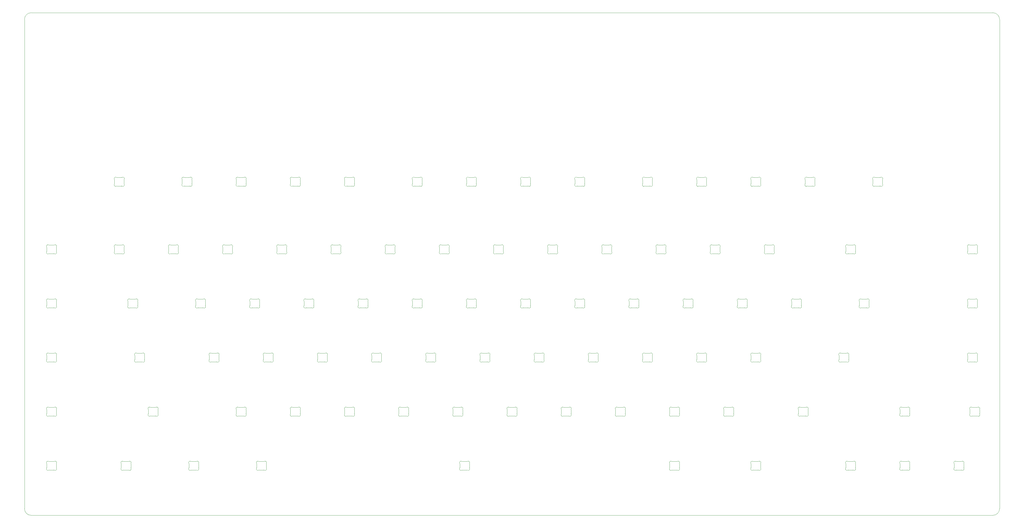
<source format=gbr>
G04 #@! TF.GenerationSoftware,KiCad,Pcbnew,(5.1.4)-1*
G04 #@! TF.CreationDate,2020-12-10T19:51:00+01:00*
G04 #@! TF.ProjectId,CZTKeyRev0,435a544b-6579-4526-9576-302e6b696361,rev?*
G04 #@! TF.SameCoordinates,Original*
G04 #@! TF.FileFunction,Profile,NP*
%FSLAX46Y46*%
G04 Gerber Fmt 4.6, Leading zero omitted, Abs format (unit mm)*
G04 Created by KiCad (PCBNEW (5.1.4)-1) date 2020-12-10 19:51:00*
%MOMM*%
%LPD*%
G04 APERTURE LIST*
%ADD10C,0.050000*%
%ADD11C,0.100000*%
G04 APERTURE END LIST*
D10*
X332581250Y-15875000D02*
G75*
G02X334962500Y-18256250I0J-2381250D01*
G01*
X-5556250Y-15875000D02*
X332581250Y-15875000D01*
X-7937500Y-18256250D02*
G75*
G02X-5556250Y-15875000I2381250J0D01*
G01*
X334962500Y-190500000D02*
X334962500Y-18256250D01*
X334962500Y-190500000D02*
G75*
G02X332581250Y-192881250I-2381250J0D01*
G01*
X-5556250Y-192881250D02*
X332581250Y-192881250D01*
X-5556250Y-192881250D02*
G75*
G02X-7937500Y-190500000I0J2381250D01*
G01*
X-7937500Y-18256250D02*
X-7937500Y-190500000D01*
D11*
X321721710Y-173850701D02*
G75*
G02X321469452Y-173919000I-252258J431701D01*
G01*
X319880548Y-173919000D02*
X321469452Y-173919000D01*
X319880548Y-173919000D02*
G75*
G02X319628289Y-173850701I0J500000D01*
G01*
X318925516Y-174499281D02*
G75*
G02X319628289Y-173850701I450515J216879D01*
G01*
X318925516Y-174499280D02*
G75*
G02X318975001Y-174716158I-450515J-216878D01*
G01*
X318975001Y-176121842D02*
X318975001Y-174716158D01*
X318975001Y-176121843D02*
G75*
G02X318925516Y-176338720I-500000J1D01*
G01*
X319628289Y-176987297D02*
G75*
G02X318925516Y-176338720I-252258J431700D01*
G01*
X319628289Y-176987298D02*
G75*
G02X319880547Y-176918999I252258J-431701D01*
G01*
X321469452Y-176918999D02*
X319880547Y-176918999D01*
X321469453Y-176919000D02*
G75*
G02X321721711Y-176987299I-1J-499999D01*
G01*
X322424484Y-176338720D02*
G75*
G02X321721711Y-176987299I-450515J-216878D01*
G01*
X322424484Y-176338720D02*
G75*
G02X322374999Y-176121842I450515J216878D01*
G01*
X322374999Y-174716158D02*
X322374999Y-176121842D01*
X322374999Y-174716157D02*
G75*
G02X322424484Y-174499280I500000J-1D01*
G01*
X321721711Y-173850703D02*
G75*
G02X322424484Y-174499280I252258J-431700D01*
G01*
X302671710Y-173850701D02*
G75*
G02X302419452Y-173919000I-252258J431701D01*
G01*
X300830548Y-173919000D02*
X302419452Y-173919000D01*
X300830548Y-173919000D02*
G75*
G02X300578289Y-173850701I0J500000D01*
G01*
X299875516Y-174499281D02*
G75*
G02X300578289Y-173850701I450515J216879D01*
G01*
X299875516Y-174499280D02*
G75*
G02X299925001Y-174716158I-450515J-216878D01*
G01*
X299925001Y-176121842D02*
X299925001Y-174716158D01*
X299925001Y-176121843D02*
G75*
G02X299875516Y-176338720I-500000J1D01*
G01*
X300578289Y-176987297D02*
G75*
G02X299875516Y-176338720I-252258J431700D01*
G01*
X300578289Y-176987298D02*
G75*
G02X300830547Y-176918999I252258J-431701D01*
G01*
X302419452Y-176918999D02*
X300830547Y-176918999D01*
X302419453Y-176919000D02*
G75*
G02X302671711Y-176987299I-1J-499999D01*
G01*
X303374484Y-176338720D02*
G75*
G02X302671711Y-176987299I-450515J-216878D01*
G01*
X303374484Y-176338720D02*
G75*
G02X303324999Y-176121842I450515J216878D01*
G01*
X303324999Y-174716158D02*
X303324999Y-176121842D01*
X303324999Y-174716157D02*
G75*
G02X303374484Y-174499280I500000J-1D01*
G01*
X302671711Y-173850703D02*
G75*
G02X303374484Y-174499280I252258J-431700D01*
G01*
X283621710Y-173850701D02*
G75*
G02X283369452Y-173919000I-252258J431701D01*
G01*
X281780548Y-173919000D02*
X283369452Y-173919000D01*
X281780548Y-173919000D02*
G75*
G02X281528289Y-173850701I0J500000D01*
G01*
X280825516Y-174499281D02*
G75*
G02X281528289Y-173850701I450515J216879D01*
G01*
X280825516Y-174499280D02*
G75*
G02X280875001Y-174716158I-450515J-216878D01*
G01*
X280875001Y-176121842D02*
X280875001Y-174716158D01*
X280875001Y-176121843D02*
G75*
G02X280825516Y-176338720I-500000J1D01*
G01*
X281528289Y-176987297D02*
G75*
G02X280825516Y-176338720I-252258J431700D01*
G01*
X281528289Y-176987298D02*
G75*
G02X281780547Y-176918999I252258J-431701D01*
G01*
X283369452Y-176918999D02*
X281780547Y-176918999D01*
X283369453Y-176919000D02*
G75*
G02X283621711Y-176987299I-1J-499999D01*
G01*
X284324484Y-176338720D02*
G75*
G02X283621711Y-176987299I-450515J-216878D01*
G01*
X284324484Y-176338720D02*
G75*
G02X284274999Y-176121842I450515J216878D01*
G01*
X284274999Y-174716158D02*
X284274999Y-176121842D01*
X284274999Y-174716157D02*
G75*
G02X284324484Y-174499280I500000J-1D01*
G01*
X283621711Y-173850703D02*
G75*
G02X284324484Y-174499280I252258J-431700D01*
G01*
X250284710Y-173850701D02*
G75*
G02X250032452Y-173919000I-252258J431701D01*
G01*
X248443548Y-173919000D02*
X250032452Y-173919000D01*
X248443548Y-173919000D02*
G75*
G02X248191289Y-173850701I0J500000D01*
G01*
X247488516Y-174499281D02*
G75*
G02X248191289Y-173850701I450515J216879D01*
G01*
X247488516Y-174499280D02*
G75*
G02X247538001Y-174716158I-450515J-216878D01*
G01*
X247538001Y-176121842D02*
X247538001Y-174716158D01*
X247538001Y-176121843D02*
G75*
G02X247488516Y-176338720I-500000J1D01*
G01*
X248191289Y-176987297D02*
G75*
G02X247488516Y-176338720I-252258J431700D01*
G01*
X248191289Y-176987298D02*
G75*
G02X248443547Y-176918999I252258J-431701D01*
G01*
X250032452Y-176918999D02*
X248443547Y-176918999D01*
X250032453Y-176919000D02*
G75*
G02X250284711Y-176987299I-1J-499999D01*
G01*
X250987484Y-176338720D02*
G75*
G02X250284711Y-176987299I-450515J-216878D01*
G01*
X250987484Y-176338720D02*
G75*
G02X250937999Y-176121842I450515J216878D01*
G01*
X250937999Y-174716158D02*
X250937999Y-176121842D01*
X250937999Y-174716157D02*
G75*
G02X250987484Y-174499280I500000J-1D01*
G01*
X250284711Y-173850703D02*
G75*
G02X250987484Y-174499280I252258J-431700D01*
G01*
X221708710Y-173850701D02*
G75*
G02X221456452Y-173919000I-252258J431701D01*
G01*
X219867548Y-173919000D02*
X221456452Y-173919000D01*
X219867548Y-173919000D02*
G75*
G02X219615289Y-173850701I0J500000D01*
G01*
X218912516Y-174499281D02*
G75*
G02X219615289Y-173850701I450515J216879D01*
G01*
X218912516Y-174499280D02*
G75*
G02X218962001Y-174716158I-450515J-216878D01*
G01*
X218962001Y-176121842D02*
X218962001Y-174716158D01*
X218962001Y-176121843D02*
G75*
G02X218912516Y-176338720I-500000J1D01*
G01*
X219615289Y-176987297D02*
G75*
G02X218912516Y-176338720I-252258J431700D01*
G01*
X219615289Y-176987298D02*
G75*
G02X219867547Y-176918999I252258J-431701D01*
G01*
X221456452Y-176918999D02*
X219867547Y-176918999D01*
X221456453Y-176919000D02*
G75*
G02X221708711Y-176987299I-1J-499999D01*
G01*
X222411484Y-176338720D02*
G75*
G02X221708711Y-176987299I-450515J-216878D01*
G01*
X222411484Y-176338720D02*
G75*
G02X222361999Y-176121842I450515J216878D01*
G01*
X222361999Y-174716158D02*
X222361999Y-176121842D01*
X222361999Y-174716157D02*
G75*
G02X222411484Y-174499280I500000J-1D01*
G01*
X221708711Y-173850703D02*
G75*
G02X222411484Y-174499280I252258J-431700D01*
G01*
X147890710Y-173850701D02*
G75*
G02X147638452Y-173919000I-252258J431701D01*
G01*
X146049548Y-173919000D02*
X147638452Y-173919000D01*
X146049548Y-173919000D02*
G75*
G02X145797289Y-173850701I0J500000D01*
G01*
X145094516Y-174499281D02*
G75*
G02X145797289Y-173850701I450515J216879D01*
G01*
X145094516Y-174499280D02*
G75*
G02X145144001Y-174716158I-450515J-216878D01*
G01*
X145144001Y-176121842D02*
X145144001Y-174716158D01*
X145144001Y-176121843D02*
G75*
G02X145094516Y-176338720I-500000J1D01*
G01*
X145797289Y-176987297D02*
G75*
G02X145094516Y-176338720I-252258J431700D01*
G01*
X145797289Y-176987298D02*
G75*
G02X146049547Y-176918999I252258J-431701D01*
G01*
X147638452Y-176918999D02*
X146049547Y-176918999D01*
X147638453Y-176919000D02*
G75*
G02X147890711Y-176987299I-1J-499999D01*
G01*
X148593484Y-176338720D02*
G75*
G02X147890711Y-176987299I-450515J-216878D01*
G01*
X148593484Y-176338720D02*
G75*
G02X148543999Y-176121842I450515J216878D01*
G01*
X148543999Y-174716158D02*
X148543999Y-176121842D01*
X148543999Y-174716157D02*
G75*
G02X148593484Y-174499280I500000J-1D01*
G01*
X147890711Y-173850703D02*
G75*
G02X148593484Y-174499280I252258J-431700D01*
G01*
X76452910Y-173850701D02*
G75*
G02X76200652Y-173919000I-252258J431701D01*
G01*
X74611748Y-173919000D02*
X76200652Y-173919000D01*
X74611748Y-173919000D02*
G75*
G02X74359489Y-173850701I0J500000D01*
G01*
X73656716Y-174499281D02*
G75*
G02X74359489Y-173850701I450515J216879D01*
G01*
X73656716Y-174499280D02*
G75*
G02X73706201Y-174716158I-450515J-216878D01*
G01*
X73706201Y-176121842D02*
X73706201Y-174716158D01*
X73706201Y-176121843D02*
G75*
G02X73656716Y-176338720I-500000J1D01*
G01*
X74359489Y-176987297D02*
G75*
G02X73656716Y-176338720I-252258J431700D01*
G01*
X74359489Y-176987298D02*
G75*
G02X74611747Y-176918999I252258J-431701D01*
G01*
X76200652Y-176918999D02*
X74611747Y-176918999D01*
X76200653Y-176919000D02*
G75*
G02X76452911Y-176987299I-1J-499999D01*
G01*
X77155684Y-176338720D02*
G75*
G02X76452911Y-176987299I-450515J-216878D01*
G01*
X77155684Y-176338720D02*
G75*
G02X77106199Y-176121842I450515J216878D01*
G01*
X77106199Y-174716158D02*
X77106199Y-176121842D01*
X77106199Y-174716157D02*
G75*
G02X77155684Y-174499280I500000J-1D01*
G01*
X76452911Y-173850703D02*
G75*
G02X77155684Y-174499280I252258J-431700D01*
G01*
X52640510Y-173850701D02*
G75*
G02X52388252Y-173919000I-252258J431701D01*
G01*
X50799348Y-173919000D02*
X52388252Y-173919000D01*
X50799348Y-173919000D02*
G75*
G02X50547089Y-173850701I0J500000D01*
G01*
X49844316Y-174499281D02*
G75*
G02X50547089Y-173850701I450515J216879D01*
G01*
X49844316Y-174499280D02*
G75*
G02X49893801Y-174716158I-450515J-216878D01*
G01*
X49893801Y-176121842D02*
X49893801Y-174716158D01*
X49893801Y-176121843D02*
G75*
G02X49844316Y-176338720I-500000J1D01*
G01*
X50547089Y-176987297D02*
G75*
G02X49844316Y-176338720I-252258J431700D01*
G01*
X50547089Y-176987298D02*
G75*
G02X50799347Y-176918999I252258J-431701D01*
G01*
X52388252Y-176918999D02*
X50799347Y-176918999D01*
X52388253Y-176919000D02*
G75*
G02X52640511Y-176987299I-1J-499999D01*
G01*
X53343284Y-176338720D02*
G75*
G02X52640511Y-176987299I-450515J-216878D01*
G01*
X53343284Y-176338720D02*
G75*
G02X53293799Y-176121842I450515J216878D01*
G01*
X53293799Y-174716158D02*
X53293799Y-176121842D01*
X53293799Y-174716157D02*
G75*
G02X53343284Y-174499280I500000J-1D01*
G01*
X52640511Y-173850703D02*
G75*
G02X53343284Y-174499280I252258J-431700D01*
G01*
X28827910Y-173850701D02*
G75*
G02X28575652Y-173919000I-252258J431701D01*
G01*
X26986748Y-173919000D02*
X28575652Y-173919000D01*
X26986748Y-173919000D02*
G75*
G02X26734489Y-173850701I0J500000D01*
G01*
X26031716Y-174499281D02*
G75*
G02X26734489Y-173850701I450515J216879D01*
G01*
X26031716Y-174499280D02*
G75*
G02X26081201Y-174716158I-450515J-216878D01*
G01*
X26081201Y-176121842D02*
X26081201Y-174716158D01*
X26081201Y-176121843D02*
G75*
G02X26031716Y-176338720I-500000J1D01*
G01*
X26734489Y-176987297D02*
G75*
G02X26031716Y-176338720I-252258J431700D01*
G01*
X26734489Y-176987298D02*
G75*
G02X26986747Y-176918999I252258J-431701D01*
G01*
X28575652Y-176918999D02*
X26986747Y-176918999D01*
X28575653Y-176919000D02*
G75*
G02X28827911Y-176987299I-1J-499999D01*
G01*
X29530684Y-176338720D02*
G75*
G02X28827911Y-176987299I-450515J-216878D01*
G01*
X29530684Y-176338720D02*
G75*
G02X29481199Y-176121842I450515J216878D01*
G01*
X29481199Y-174716158D02*
X29481199Y-176121842D01*
X29481199Y-174716157D02*
G75*
G02X29530684Y-174499280I500000J-1D01*
G01*
X28827911Y-173850703D02*
G75*
G02X29530684Y-174499280I252258J-431700D01*
G01*
X2634210Y-173850701D02*
G75*
G02X2381952Y-173919000I-252258J431701D01*
G01*
X793048Y-173919000D02*
X2381952Y-173919000D01*
X793048Y-173919000D02*
G75*
G02X540789Y-173850701I0J500000D01*
G01*
X-161984Y-174499281D02*
G75*
G02X540789Y-173850701I450515J216879D01*
G01*
X-161984Y-174499280D02*
G75*
G02X-112499Y-174716158I-450515J-216878D01*
G01*
X-112499Y-176121842D02*
X-112499Y-174716158D01*
X-112499Y-176121843D02*
G75*
G02X-161984Y-176338720I-500000J1D01*
G01*
X540789Y-176987297D02*
G75*
G02X-161984Y-176338720I-252258J431700D01*
G01*
X540789Y-176987298D02*
G75*
G02X793047Y-176918999I252258J-431701D01*
G01*
X2381952Y-176918999D02*
X793047Y-176918999D01*
X2381953Y-176919000D02*
G75*
G02X2634211Y-176987299I-1J-499999D01*
G01*
X3336984Y-176338720D02*
G75*
G02X2634211Y-176987299I-450515J-216878D01*
G01*
X3336984Y-176338720D02*
G75*
G02X3287499Y-176121842I450515J216878D01*
G01*
X3287499Y-174716158D02*
X3287499Y-176121842D01*
X3287499Y-174716157D02*
G75*
G02X3336984Y-174499280I500000J-1D01*
G01*
X2634211Y-173850703D02*
G75*
G02X3336984Y-174499280I252258J-431700D01*
G01*
X327277710Y-154800701D02*
G75*
G02X327025452Y-154869000I-252258J431701D01*
G01*
X325436548Y-154869000D02*
X327025452Y-154869000D01*
X325436548Y-154869000D02*
G75*
G02X325184289Y-154800701I0J500000D01*
G01*
X324481516Y-155449281D02*
G75*
G02X325184289Y-154800701I450515J216879D01*
G01*
X324481516Y-155449280D02*
G75*
G02X324531001Y-155666158I-450515J-216878D01*
G01*
X324531001Y-157071842D02*
X324531001Y-155666158D01*
X324531001Y-157071843D02*
G75*
G02X324481516Y-157288720I-500000J1D01*
G01*
X325184289Y-157937297D02*
G75*
G02X324481516Y-157288720I-252258J431700D01*
G01*
X325184289Y-157937298D02*
G75*
G02X325436547Y-157868999I252258J-431701D01*
G01*
X327025452Y-157868999D02*
X325436547Y-157868999D01*
X327025453Y-157869000D02*
G75*
G02X327277711Y-157937299I-1J-499999D01*
G01*
X327980484Y-157288720D02*
G75*
G02X327277711Y-157937299I-450515J-216878D01*
G01*
X327980484Y-157288720D02*
G75*
G02X327930999Y-157071842I450515J216878D01*
G01*
X327930999Y-155666158D02*
X327930999Y-157071842D01*
X327930999Y-155666157D02*
G75*
G02X327980484Y-155449280I500000J-1D01*
G01*
X327277711Y-154800703D02*
G75*
G02X327980484Y-155449280I252258J-431700D01*
G01*
X302671710Y-154800701D02*
G75*
G02X302419452Y-154869000I-252258J431701D01*
G01*
X300830548Y-154869000D02*
X302419452Y-154869000D01*
X300830548Y-154869000D02*
G75*
G02X300578289Y-154800701I0J500000D01*
G01*
X299875516Y-155449281D02*
G75*
G02X300578289Y-154800701I450515J216879D01*
G01*
X299875516Y-155449280D02*
G75*
G02X299925001Y-155666158I-450515J-216878D01*
G01*
X299925001Y-157071842D02*
X299925001Y-155666158D01*
X299925001Y-157071843D02*
G75*
G02X299875516Y-157288720I-500000J1D01*
G01*
X300578289Y-157937297D02*
G75*
G02X299875516Y-157288720I-252258J431700D01*
G01*
X300578289Y-157937298D02*
G75*
G02X300830547Y-157868999I252258J-431701D01*
G01*
X302419452Y-157868999D02*
X300830547Y-157868999D01*
X302419453Y-157869000D02*
G75*
G02X302671711Y-157937299I-1J-499999D01*
G01*
X303374484Y-157288720D02*
G75*
G02X302671711Y-157937299I-450515J-216878D01*
G01*
X303374484Y-157288720D02*
G75*
G02X303324999Y-157071842I450515J216878D01*
G01*
X303324999Y-155666158D02*
X303324999Y-157071842D01*
X303324999Y-155666157D02*
G75*
G02X303374484Y-155449280I500000J-1D01*
G01*
X302671711Y-154800703D02*
G75*
G02X303374484Y-155449280I252258J-431700D01*
G01*
X266952710Y-154800701D02*
G75*
G02X266700452Y-154869000I-252258J431701D01*
G01*
X265111548Y-154869000D02*
X266700452Y-154869000D01*
X265111548Y-154869000D02*
G75*
G02X264859289Y-154800701I0J500000D01*
G01*
X264156516Y-155449281D02*
G75*
G02X264859289Y-154800701I450515J216879D01*
G01*
X264156516Y-155449280D02*
G75*
G02X264206001Y-155666158I-450515J-216878D01*
G01*
X264206001Y-157071842D02*
X264206001Y-155666158D01*
X264206001Y-157071843D02*
G75*
G02X264156516Y-157288720I-500000J1D01*
G01*
X264859289Y-157937297D02*
G75*
G02X264156516Y-157288720I-252258J431700D01*
G01*
X264859289Y-157937298D02*
G75*
G02X265111547Y-157868999I252258J-431701D01*
G01*
X266700452Y-157868999D02*
X265111547Y-157868999D01*
X266700453Y-157869000D02*
G75*
G02X266952711Y-157937299I-1J-499999D01*
G01*
X267655484Y-157288720D02*
G75*
G02X266952711Y-157937299I-450515J-216878D01*
G01*
X267655484Y-157288720D02*
G75*
G02X267605999Y-157071842I450515J216878D01*
G01*
X267605999Y-155666158D02*
X267605999Y-157071842D01*
X267605999Y-155666157D02*
G75*
G02X267655484Y-155449280I500000J-1D01*
G01*
X266952711Y-154800703D02*
G75*
G02X267655484Y-155449280I252258J-431700D01*
G01*
X240758710Y-154800701D02*
G75*
G02X240506452Y-154869000I-252258J431701D01*
G01*
X238917548Y-154869000D02*
X240506452Y-154869000D01*
X238917548Y-154869000D02*
G75*
G02X238665289Y-154800701I0J500000D01*
G01*
X237962516Y-155449281D02*
G75*
G02X238665289Y-154800701I450515J216879D01*
G01*
X237962516Y-155449280D02*
G75*
G02X238012001Y-155666158I-450515J-216878D01*
G01*
X238012001Y-157071842D02*
X238012001Y-155666158D01*
X238012001Y-157071843D02*
G75*
G02X237962516Y-157288720I-500000J1D01*
G01*
X238665289Y-157937297D02*
G75*
G02X237962516Y-157288720I-252258J431700D01*
G01*
X238665289Y-157937298D02*
G75*
G02X238917547Y-157868999I252258J-431701D01*
G01*
X240506452Y-157868999D02*
X238917547Y-157868999D01*
X240506453Y-157869000D02*
G75*
G02X240758711Y-157937299I-1J-499999D01*
G01*
X241461484Y-157288720D02*
G75*
G02X240758711Y-157937299I-450515J-216878D01*
G01*
X241461484Y-157288720D02*
G75*
G02X241411999Y-157071842I450515J216878D01*
G01*
X241411999Y-155666158D02*
X241411999Y-157071842D01*
X241411999Y-155666157D02*
G75*
G02X241461484Y-155449280I500000J-1D01*
G01*
X240758711Y-154800703D02*
G75*
G02X241461484Y-155449280I252258J-431700D01*
G01*
X221708710Y-154800701D02*
G75*
G02X221456452Y-154869000I-252258J431701D01*
G01*
X219867548Y-154869000D02*
X221456452Y-154869000D01*
X219867548Y-154869000D02*
G75*
G02X219615289Y-154800701I0J500000D01*
G01*
X218912516Y-155449281D02*
G75*
G02X219615289Y-154800701I450515J216879D01*
G01*
X218912516Y-155449280D02*
G75*
G02X218962001Y-155666158I-450515J-216878D01*
G01*
X218962001Y-157071842D02*
X218962001Y-155666158D01*
X218962001Y-157071843D02*
G75*
G02X218912516Y-157288720I-500000J1D01*
G01*
X219615289Y-157937297D02*
G75*
G02X218912516Y-157288720I-252258J431700D01*
G01*
X219615289Y-157937298D02*
G75*
G02X219867547Y-157868999I252258J-431701D01*
G01*
X221456452Y-157868999D02*
X219867547Y-157868999D01*
X221456453Y-157869000D02*
G75*
G02X221708711Y-157937299I-1J-499999D01*
G01*
X222411484Y-157288720D02*
G75*
G02X221708711Y-157937299I-450515J-216878D01*
G01*
X222411484Y-157288720D02*
G75*
G02X222361999Y-157071842I450515J216878D01*
G01*
X222361999Y-155666158D02*
X222361999Y-157071842D01*
X222361999Y-155666157D02*
G75*
G02X222411484Y-155449280I500000J-1D01*
G01*
X221708711Y-154800703D02*
G75*
G02X222411484Y-155449280I252258J-431700D01*
G01*
X202658710Y-154800701D02*
G75*
G02X202406452Y-154869000I-252258J431701D01*
G01*
X200817548Y-154869000D02*
X202406452Y-154869000D01*
X200817548Y-154869000D02*
G75*
G02X200565289Y-154800701I0J500000D01*
G01*
X199862516Y-155449281D02*
G75*
G02X200565289Y-154800701I450515J216879D01*
G01*
X199862516Y-155449280D02*
G75*
G02X199912001Y-155666158I-450515J-216878D01*
G01*
X199912001Y-157071842D02*
X199912001Y-155666158D01*
X199912001Y-157071843D02*
G75*
G02X199862516Y-157288720I-500000J1D01*
G01*
X200565289Y-157937297D02*
G75*
G02X199862516Y-157288720I-252258J431700D01*
G01*
X200565289Y-157937298D02*
G75*
G02X200817547Y-157868999I252258J-431701D01*
G01*
X202406452Y-157868999D02*
X200817547Y-157868999D01*
X202406453Y-157869000D02*
G75*
G02X202658711Y-157937299I-1J-499999D01*
G01*
X203361484Y-157288720D02*
G75*
G02X202658711Y-157937299I-450515J-216878D01*
G01*
X203361484Y-157288720D02*
G75*
G02X203311999Y-157071842I450515J216878D01*
G01*
X203311999Y-155666158D02*
X203311999Y-157071842D01*
X203311999Y-155666157D02*
G75*
G02X203361484Y-155449280I500000J-1D01*
G01*
X202658711Y-154800703D02*
G75*
G02X203361484Y-155449280I252258J-431700D01*
G01*
X183608710Y-154800701D02*
G75*
G02X183356452Y-154869000I-252258J431701D01*
G01*
X181767548Y-154869000D02*
X183356452Y-154869000D01*
X181767548Y-154869000D02*
G75*
G02X181515289Y-154800701I0J500000D01*
G01*
X180812516Y-155449281D02*
G75*
G02X181515289Y-154800701I450515J216879D01*
G01*
X180812516Y-155449280D02*
G75*
G02X180862001Y-155666158I-450515J-216878D01*
G01*
X180862001Y-157071842D02*
X180862001Y-155666158D01*
X180862001Y-157071843D02*
G75*
G02X180812516Y-157288720I-500000J1D01*
G01*
X181515289Y-157937297D02*
G75*
G02X180812516Y-157288720I-252258J431700D01*
G01*
X181515289Y-157937298D02*
G75*
G02X181767547Y-157868999I252258J-431701D01*
G01*
X183356452Y-157868999D02*
X181767547Y-157868999D01*
X183356453Y-157869000D02*
G75*
G02X183608711Y-157937299I-1J-499999D01*
G01*
X184311484Y-157288720D02*
G75*
G02X183608711Y-157937299I-450515J-216878D01*
G01*
X184311484Y-157288720D02*
G75*
G02X184261999Y-157071842I450515J216878D01*
G01*
X184261999Y-155666158D02*
X184261999Y-157071842D01*
X184261999Y-155666157D02*
G75*
G02X184311484Y-155449280I500000J-1D01*
G01*
X183608711Y-154800703D02*
G75*
G02X184311484Y-155449280I252258J-431700D01*
G01*
X164558710Y-154800701D02*
G75*
G02X164306452Y-154869000I-252258J431701D01*
G01*
X162717548Y-154869000D02*
X164306452Y-154869000D01*
X162717548Y-154869000D02*
G75*
G02X162465289Y-154800701I0J500000D01*
G01*
X161762516Y-155449281D02*
G75*
G02X162465289Y-154800701I450515J216879D01*
G01*
X161762516Y-155449280D02*
G75*
G02X161812001Y-155666158I-450515J-216878D01*
G01*
X161812001Y-157071842D02*
X161812001Y-155666158D01*
X161812001Y-157071843D02*
G75*
G02X161762516Y-157288720I-500000J1D01*
G01*
X162465289Y-157937297D02*
G75*
G02X161762516Y-157288720I-252258J431700D01*
G01*
X162465289Y-157937298D02*
G75*
G02X162717547Y-157868999I252258J-431701D01*
G01*
X164306452Y-157868999D02*
X162717547Y-157868999D01*
X164306453Y-157869000D02*
G75*
G02X164558711Y-157937299I-1J-499999D01*
G01*
X165261484Y-157288720D02*
G75*
G02X164558711Y-157937299I-450515J-216878D01*
G01*
X165261484Y-157288720D02*
G75*
G02X165211999Y-157071842I450515J216878D01*
G01*
X165211999Y-155666158D02*
X165211999Y-157071842D01*
X165211999Y-155666157D02*
G75*
G02X165261484Y-155449280I500000J-1D01*
G01*
X164558711Y-154800703D02*
G75*
G02X165261484Y-155449280I252258J-431700D01*
G01*
X145508710Y-154800701D02*
G75*
G02X145256452Y-154869000I-252258J431701D01*
G01*
X143667548Y-154869000D02*
X145256452Y-154869000D01*
X143667548Y-154869000D02*
G75*
G02X143415289Y-154800701I0J500000D01*
G01*
X142712516Y-155449281D02*
G75*
G02X143415289Y-154800701I450515J216879D01*
G01*
X142712516Y-155449280D02*
G75*
G02X142762001Y-155666158I-450515J-216878D01*
G01*
X142762001Y-157071842D02*
X142762001Y-155666158D01*
X142762001Y-157071843D02*
G75*
G02X142712516Y-157288720I-500000J1D01*
G01*
X143415289Y-157937297D02*
G75*
G02X142712516Y-157288720I-252258J431700D01*
G01*
X143415289Y-157937298D02*
G75*
G02X143667547Y-157868999I252258J-431701D01*
G01*
X145256452Y-157868999D02*
X143667547Y-157868999D01*
X145256453Y-157869000D02*
G75*
G02X145508711Y-157937299I-1J-499999D01*
G01*
X146211484Y-157288720D02*
G75*
G02X145508711Y-157937299I-450515J-216878D01*
G01*
X146211484Y-157288720D02*
G75*
G02X146161999Y-157071842I450515J216878D01*
G01*
X146161999Y-155666158D02*
X146161999Y-157071842D01*
X146161999Y-155666157D02*
G75*
G02X146211484Y-155449280I500000J-1D01*
G01*
X145508711Y-154800703D02*
G75*
G02X146211484Y-155449280I252258J-431700D01*
G01*
X126458710Y-154800701D02*
G75*
G02X126206452Y-154869000I-252258J431701D01*
G01*
X124617548Y-154869000D02*
X126206452Y-154869000D01*
X124617548Y-154869000D02*
G75*
G02X124365289Y-154800701I0J500000D01*
G01*
X123662516Y-155449281D02*
G75*
G02X124365289Y-154800701I450515J216879D01*
G01*
X123662516Y-155449280D02*
G75*
G02X123712001Y-155666158I-450515J-216878D01*
G01*
X123712001Y-157071842D02*
X123712001Y-155666158D01*
X123712001Y-157071843D02*
G75*
G02X123662516Y-157288720I-500000J1D01*
G01*
X124365289Y-157937297D02*
G75*
G02X123662516Y-157288720I-252258J431700D01*
G01*
X124365289Y-157937298D02*
G75*
G02X124617547Y-157868999I252258J-431701D01*
G01*
X126206452Y-157868999D02*
X124617547Y-157868999D01*
X126206453Y-157869000D02*
G75*
G02X126458711Y-157937299I-1J-499999D01*
G01*
X127161484Y-157288720D02*
G75*
G02X126458711Y-157937299I-450515J-216878D01*
G01*
X127161484Y-157288720D02*
G75*
G02X127111999Y-157071842I450515J216878D01*
G01*
X127111999Y-155666158D02*
X127111999Y-157071842D01*
X127111999Y-155666157D02*
G75*
G02X127161484Y-155449280I500000J-1D01*
G01*
X126458711Y-154800703D02*
G75*
G02X127161484Y-155449280I252258J-431700D01*
G01*
X107408710Y-154800701D02*
G75*
G02X107156452Y-154869000I-252258J431701D01*
G01*
X105567548Y-154869000D02*
X107156452Y-154869000D01*
X105567548Y-154869000D02*
G75*
G02X105315289Y-154800701I0J500000D01*
G01*
X104612516Y-155449281D02*
G75*
G02X105315289Y-154800701I450515J216879D01*
G01*
X104612516Y-155449280D02*
G75*
G02X104662001Y-155666158I-450515J-216878D01*
G01*
X104662001Y-157071842D02*
X104662001Y-155666158D01*
X104662001Y-157071843D02*
G75*
G02X104612516Y-157288720I-500000J1D01*
G01*
X105315289Y-157937297D02*
G75*
G02X104612516Y-157288720I-252258J431700D01*
G01*
X105315289Y-157937298D02*
G75*
G02X105567547Y-157868999I252258J-431701D01*
G01*
X107156452Y-157868999D02*
X105567547Y-157868999D01*
X107156453Y-157869000D02*
G75*
G02X107408711Y-157937299I-1J-499999D01*
G01*
X108111484Y-157288720D02*
G75*
G02X107408711Y-157937299I-450515J-216878D01*
G01*
X108111484Y-157288720D02*
G75*
G02X108061999Y-157071842I450515J216878D01*
G01*
X108061999Y-155666158D02*
X108061999Y-157071842D01*
X108061999Y-155666157D02*
G75*
G02X108111484Y-155449280I500000J-1D01*
G01*
X107408711Y-154800703D02*
G75*
G02X108111484Y-155449280I252258J-431700D01*
G01*
X88359210Y-154800701D02*
G75*
G02X88106952Y-154869000I-252258J431701D01*
G01*
X86518048Y-154869000D02*
X88106952Y-154869000D01*
X86518048Y-154869000D02*
G75*
G02X86265789Y-154800701I0J500000D01*
G01*
X85563016Y-155449281D02*
G75*
G02X86265789Y-154800701I450515J216879D01*
G01*
X85563016Y-155449280D02*
G75*
G02X85612501Y-155666158I-450515J-216878D01*
G01*
X85612501Y-157071842D02*
X85612501Y-155666158D01*
X85612501Y-157071843D02*
G75*
G02X85563016Y-157288720I-500000J1D01*
G01*
X86265789Y-157937297D02*
G75*
G02X85563016Y-157288720I-252258J431700D01*
G01*
X86265789Y-157937298D02*
G75*
G02X86518047Y-157868999I252258J-431701D01*
G01*
X88106952Y-157868999D02*
X86518047Y-157868999D01*
X88106953Y-157869000D02*
G75*
G02X88359211Y-157937299I-1J-499999D01*
G01*
X89061984Y-157288720D02*
G75*
G02X88359211Y-157937299I-450515J-216878D01*
G01*
X89061984Y-157288720D02*
G75*
G02X89012499Y-157071842I450515J216878D01*
G01*
X89012499Y-155666158D02*
X89012499Y-157071842D01*
X89012499Y-155666157D02*
G75*
G02X89061984Y-155449280I500000J-1D01*
G01*
X88359211Y-154800703D02*
G75*
G02X89061984Y-155449280I252258J-431700D01*
G01*
X69309210Y-154800701D02*
G75*
G02X69056952Y-154869000I-252258J431701D01*
G01*
X67468048Y-154869000D02*
X69056952Y-154869000D01*
X67468048Y-154869000D02*
G75*
G02X67215789Y-154800701I0J500000D01*
G01*
X66513016Y-155449281D02*
G75*
G02X67215789Y-154800701I450515J216879D01*
G01*
X66513016Y-155449280D02*
G75*
G02X66562501Y-155666158I-450515J-216878D01*
G01*
X66562501Y-157071842D02*
X66562501Y-155666158D01*
X66562501Y-157071843D02*
G75*
G02X66513016Y-157288720I-500000J1D01*
G01*
X67215789Y-157937297D02*
G75*
G02X66513016Y-157288720I-252258J431700D01*
G01*
X67215789Y-157937298D02*
G75*
G02X67468047Y-157868999I252258J-431701D01*
G01*
X69056952Y-157868999D02*
X67468047Y-157868999D01*
X69056953Y-157869000D02*
G75*
G02X69309211Y-157937299I-1J-499999D01*
G01*
X70011984Y-157288720D02*
G75*
G02X69309211Y-157937299I-450515J-216878D01*
G01*
X70011984Y-157288720D02*
G75*
G02X69962499Y-157071842I450515J216878D01*
G01*
X69962499Y-155666158D02*
X69962499Y-157071842D01*
X69962499Y-155666157D02*
G75*
G02X70011984Y-155449280I500000J-1D01*
G01*
X69309211Y-154800703D02*
G75*
G02X70011984Y-155449280I252258J-431700D01*
G01*
X38352910Y-154800701D02*
G75*
G02X38100652Y-154869000I-252258J431701D01*
G01*
X36511748Y-154869000D02*
X38100652Y-154869000D01*
X36511748Y-154869000D02*
G75*
G02X36259489Y-154800701I0J500000D01*
G01*
X35556716Y-155449281D02*
G75*
G02X36259489Y-154800701I450515J216879D01*
G01*
X35556716Y-155449280D02*
G75*
G02X35606201Y-155666158I-450515J-216878D01*
G01*
X35606201Y-157071842D02*
X35606201Y-155666158D01*
X35606201Y-157071843D02*
G75*
G02X35556716Y-157288720I-500000J1D01*
G01*
X36259489Y-157937297D02*
G75*
G02X35556716Y-157288720I-252258J431700D01*
G01*
X36259489Y-157937298D02*
G75*
G02X36511747Y-157868999I252258J-431701D01*
G01*
X38100652Y-157868999D02*
X36511747Y-157868999D01*
X38100653Y-157869000D02*
G75*
G02X38352911Y-157937299I-1J-499999D01*
G01*
X39055684Y-157288720D02*
G75*
G02X38352911Y-157937299I-450515J-216878D01*
G01*
X39055684Y-157288720D02*
G75*
G02X39006199Y-157071842I450515J216878D01*
G01*
X39006199Y-155666158D02*
X39006199Y-157071842D01*
X39006199Y-155666157D02*
G75*
G02X39055684Y-155449280I500000J-1D01*
G01*
X38352911Y-154800703D02*
G75*
G02X39055684Y-155449280I252258J-431700D01*
G01*
X2634210Y-154800701D02*
G75*
G02X2381952Y-154869000I-252258J431701D01*
G01*
X793048Y-154869000D02*
X2381952Y-154869000D01*
X793048Y-154869000D02*
G75*
G02X540789Y-154800701I0J500000D01*
G01*
X-161984Y-155449281D02*
G75*
G02X540789Y-154800701I450515J216879D01*
G01*
X-161984Y-155449280D02*
G75*
G02X-112499Y-155666158I-450515J-216878D01*
G01*
X-112499Y-157071842D02*
X-112499Y-155666158D01*
X-112499Y-157071843D02*
G75*
G02X-161984Y-157288720I-500000J1D01*
G01*
X540789Y-157937297D02*
G75*
G02X-161984Y-157288720I-252258J431700D01*
G01*
X540789Y-157937298D02*
G75*
G02X793047Y-157868999I252258J-431701D01*
G01*
X2381952Y-157868999D02*
X793047Y-157868999D01*
X2381953Y-157869000D02*
G75*
G02X2634211Y-157937299I-1J-499999D01*
G01*
X3336984Y-157288720D02*
G75*
G02X2634211Y-157937299I-450515J-216878D01*
G01*
X3336984Y-157288720D02*
G75*
G02X3287499Y-157071842I450515J216878D01*
G01*
X3287499Y-155666158D02*
X3287499Y-157071842D01*
X3287499Y-155666157D02*
G75*
G02X3336984Y-155449280I500000J-1D01*
G01*
X2634211Y-154800703D02*
G75*
G02X3336984Y-155449280I252258J-431700D01*
G01*
X326484710Y-135750701D02*
G75*
G02X326232452Y-135819000I-252258J431701D01*
G01*
X324643548Y-135819000D02*
X326232452Y-135819000D01*
X324643548Y-135819000D02*
G75*
G02X324391289Y-135750701I0J500000D01*
G01*
X323688516Y-136399281D02*
G75*
G02X324391289Y-135750701I450515J216879D01*
G01*
X323688516Y-136399280D02*
G75*
G02X323738001Y-136616158I-450515J-216878D01*
G01*
X323738001Y-138021842D02*
X323738001Y-136616158D01*
X323738001Y-138021843D02*
G75*
G02X323688516Y-138238720I-500000J1D01*
G01*
X324391289Y-138887297D02*
G75*
G02X323688516Y-138238720I-252258J431700D01*
G01*
X324391289Y-138887298D02*
G75*
G02X324643547Y-138818999I252258J-431701D01*
G01*
X326232452Y-138818999D02*
X324643547Y-138818999D01*
X326232453Y-138819000D02*
G75*
G02X326484711Y-138887299I-1J-499999D01*
G01*
X327187484Y-138238720D02*
G75*
G02X326484711Y-138887299I-450515J-216878D01*
G01*
X327187484Y-138238720D02*
G75*
G02X327137999Y-138021842I450515J216878D01*
G01*
X327137999Y-136616158D02*
X327137999Y-138021842D01*
X327137999Y-136616157D02*
G75*
G02X327187484Y-136399280I500000J-1D01*
G01*
X326484711Y-135750703D02*
G75*
G02X327187484Y-136399280I252258J-431700D01*
G01*
X281240710Y-135750701D02*
G75*
G02X280988452Y-135819000I-252258J431701D01*
G01*
X279399548Y-135819000D02*
X280988452Y-135819000D01*
X279399548Y-135819000D02*
G75*
G02X279147289Y-135750701I0J500000D01*
G01*
X278444516Y-136399281D02*
G75*
G02X279147289Y-135750701I450515J216879D01*
G01*
X278444516Y-136399280D02*
G75*
G02X278494001Y-136616158I-450515J-216878D01*
G01*
X278494001Y-138021842D02*
X278494001Y-136616158D01*
X278494001Y-138021843D02*
G75*
G02X278444516Y-138238720I-500000J1D01*
G01*
X279147289Y-138887297D02*
G75*
G02X278444516Y-138238720I-252258J431700D01*
G01*
X279147289Y-138887298D02*
G75*
G02X279399547Y-138818999I252258J-431701D01*
G01*
X280988452Y-138818999D02*
X279399547Y-138818999D01*
X280988453Y-138819000D02*
G75*
G02X281240711Y-138887299I-1J-499999D01*
G01*
X281943484Y-138238720D02*
G75*
G02X281240711Y-138887299I-450515J-216878D01*
G01*
X281943484Y-138238720D02*
G75*
G02X281893999Y-138021842I450515J216878D01*
G01*
X281893999Y-136616158D02*
X281893999Y-138021842D01*
X281893999Y-136616157D02*
G75*
G02X281943484Y-136399280I500000J-1D01*
G01*
X281240711Y-135750703D02*
G75*
G02X281943484Y-136399280I252258J-431700D01*
G01*
X250284710Y-135750701D02*
G75*
G02X250032452Y-135819000I-252258J431701D01*
G01*
X248443548Y-135819000D02*
X250032452Y-135819000D01*
X248443548Y-135819000D02*
G75*
G02X248191289Y-135750701I0J500000D01*
G01*
X247488516Y-136399281D02*
G75*
G02X248191289Y-135750701I450515J216879D01*
G01*
X247488516Y-136399280D02*
G75*
G02X247538001Y-136616158I-450515J-216878D01*
G01*
X247538001Y-138021842D02*
X247538001Y-136616158D01*
X247538001Y-138021843D02*
G75*
G02X247488516Y-138238720I-500000J1D01*
G01*
X248191289Y-138887297D02*
G75*
G02X247488516Y-138238720I-252258J431700D01*
G01*
X248191289Y-138887298D02*
G75*
G02X248443547Y-138818999I252258J-431701D01*
G01*
X250032452Y-138818999D02*
X248443547Y-138818999D01*
X250032453Y-138819000D02*
G75*
G02X250284711Y-138887299I-1J-499999D01*
G01*
X250987484Y-138238720D02*
G75*
G02X250284711Y-138887299I-450515J-216878D01*
G01*
X250987484Y-138238720D02*
G75*
G02X250937999Y-138021842I450515J216878D01*
G01*
X250937999Y-136616158D02*
X250937999Y-138021842D01*
X250937999Y-136616157D02*
G75*
G02X250987484Y-136399280I500000J-1D01*
G01*
X250284711Y-135750703D02*
G75*
G02X250987484Y-136399280I252258J-431700D01*
G01*
X231234710Y-135750701D02*
G75*
G02X230982452Y-135819000I-252258J431701D01*
G01*
X229393548Y-135819000D02*
X230982452Y-135819000D01*
X229393548Y-135819000D02*
G75*
G02X229141289Y-135750701I0J500000D01*
G01*
X228438516Y-136399281D02*
G75*
G02X229141289Y-135750701I450515J216879D01*
G01*
X228438516Y-136399280D02*
G75*
G02X228488001Y-136616158I-450515J-216878D01*
G01*
X228488001Y-138021842D02*
X228488001Y-136616158D01*
X228488001Y-138021843D02*
G75*
G02X228438516Y-138238720I-500000J1D01*
G01*
X229141289Y-138887297D02*
G75*
G02X228438516Y-138238720I-252258J431700D01*
G01*
X229141289Y-138887298D02*
G75*
G02X229393547Y-138818999I252258J-431701D01*
G01*
X230982452Y-138818999D02*
X229393547Y-138818999D01*
X230982453Y-138819000D02*
G75*
G02X231234711Y-138887299I-1J-499999D01*
G01*
X231937484Y-138238720D02*
G75*
G02X231234711Y-138887299I-450515J-216878D01*
G01*
X231937484Y-138238720D02*
G75*
G02X231887999Y-138021842I450515J216878D01*
G01*
X231887999Y-136616158D02*
X231887999Y-138021842D01*
X231887999Y-136616157D02*
G75*
G02X231937484Y-136399280I500000J-1D01*
G01*
X231234711Y-135750703D02*
G75*
G02X231937484Y-136399280I252258J-431700D01*
G01*
X212184710Y-135750701D02*
G75*
G02X211932452Y-135819000I-252258J431701D01*
G01*
X210343548Y-135819000D02*
X211932452Y-135819000D01*
X210343548Y-135819000D02*
G75*
G02X210091289Y-135750701I0J500000D01*
G01*
X209388516Y-136399281D02*
G75*
G02X210091289Y-135750701I450515J216879D01*
G01*
X209388516Y-136399280D02*
G75*
G02X209438001Y-136616158I-450515J-216878D01*
G01*
X209438001Y-138021842D02*
X209438001Y-136616158D01*
X209438001Y-138021843D02*
G75*
G02X209388516Y-138238720I-500000J1D01*
G01*
X210091289Y-138887297D02*
G75*
G02X209388516Y-138238720I-252258J431700D01*
G01*
X210091289Y-138887298D02*
G75*
G02X210343547Y-138818999I252258J-431701D01*
G01*
X211932452Y-138818999D02*
X210343547Y-138818999D01*
X211932453Y-138819000D02*
G75*
G02X212184711Y-138887299I-1J-499999D01*
G01*
X212887484Y-138238720D02*
G75*
G02X212184711Y-138887299I-450515J-216878D01*
G01*
X212887484Y-138238720D02*
G75*
G02X212837999Y-138021842I450515J216878D01*
G01*
X212837999Y-136616158D02*
X212837999Y-138021842D01*
X212837999Y-136616157D02*
G75*
G02X212887484Y-136399280I500000J-1D01*
G01*
X212184711Y-135750703D02*
G75*
G02X212887484Y-136399280I252258J-431700D01*
G01*
X193134710Y-135750701D02*
G75*
G02X192882452Y-135819000I-252258J431701D01*
G01*
X191293548Y-135819000D02*
X192882452Y-135819000D01*
X191293548Y-135819000D02*
G75*
G02X191041289Y-135750701I0J500000D01*
G01*
X190338516Y-136399281D02*
G75*
G02X191041289Y-135750701I450515J216879D01*
G01*
X190338516Y-136399280D02*
G75*
G02X190388001Y-136616158I-450515J-216878D01*
G01*
X190388001Y-138021842D02*
X190388001Y-136616158D01*
X190388001Y-138021843D02*
G75*
G02X190338516Y-138238720I-500000J1D01*
G01*
X191041289Y-138887297D02*
G75*
G02X190338516Y-138238720I-252258J431700D01*
G01*
X191041289Y-138887298D02*
G75*
G02X191293547Y-138818999I252258J-431701D01*
G01*
X192882452Y-138818999D02*
X191293547Y-138818999D01*
X192882453Y-138819000D02*
G75*
G02X193134711Y-138887299I-1J-499999D01*
G01*
X193837484Y-138238720D02*
G75*
G02X193134711Y-138887299I-450515J-216878D01*
G01*
X193837484Y-138238720D02*
G75*
G02X193787999Y-138021842I450515J216878D01*
G01*
X193787999Y-136616158D02*
X193787999Y-138021842D01*
X193787999Y-136616157D02*
G75*
G02X193837484Y-136399280I500000J-1D01*
G01*
X193134711Y-135750703D02*
G75*
G02X193837484Y-136399280I252258J-431700D01*
G01*
X174084710Y-135750701D02*
G75*
G02X173832452Y-135819000I-252258J431701D01*
G01*
X172243548Y-135819000D02*
X173832452Y-135819000D01*
X172243548Y-135819000D02*
G75*
G02X171991289Y-135750701I0J500000D01*
G01*
X171288516Y-136399281D02*
G75*
G02X171991289Y-135750701I450515J216879D01*
G01*
X171288516Y-136399280D02*
G75*
G02X171338001Y-136616158I-450515J-216878D01*
G01*
X171338001Y-138021842D02*
X171338001Y-136616158D01*
X171338001Y-138021843D02*
G75*
G02X171288516Y-138238720I-500000J1D01*
G01*
X171991289Y-138887297D02*
G75*
G02X171288516Y-138238720I-252258J431700D01*
G01*
X171991289Y-138887298D02*
G75*
G02X172243547Y-138818999I252258J-431701D01*
G01*
X173832452Y-138818999D02*
X172243547Y-138818999D01*
X173832453Y-138819000D02*
G75*
G02X174084711Y-138887299I-1J-499999D01*
G01*
X174787484Y-138238720D02*
G75*
G02X174084711Y-138887299I-450515J-216878D01*
G01*
X174787484Y-138238720D02*
G75*
G02X174737999Y-138021842I450515J216878D01*
G01*
X174737999Y-136616158D02*
X174737999Y-138021842D01*
X174737999Y-136616157D02*
G75*
G02X174787484Y-136399280I500000J-1D01*
G01*
X174084711Y-135750703D02*
G75*
G02X174787484Y-136399280I252258J-431700D01*
G01*
X155034710Y-135750701D02*
G75*
G02X154782452Y-135819000I-252258J431701D01*
G01*
X153193548Y-135819000D02*
X154782452Y-135819000D01*
X153193548Y-135819000D02*
G75*
G02X152941289Y-135750701I0J500000D01*
G01*
X152238516Y-136399281D02*
G75*
G02X152941289Y-135750701I450515J216879D01*
G01*
X152238516Y-136399280D02*
G75*
G02X152288001Y-136616158I-450515J-216878D01*
G01*
X152288001Y-138021842D02*
X152288001Y-136616158D01*
X152288001Y-138021843D02*
G75*
G02X152238516Y-138238720I-500000J1D01*
G01*
X152941289Y-138887297D02*
G75*
G02X152238516Y-138238720I-252258J431700D01*
G01*
X152941289Y-138887298D02*
G75*
G02X153193547Y-138818999I252258J-431701D01*
G01*
X154782452Y-138818999D02*
X153193547Y-138818999D01*
X154782453Y-138819000D02*
G75*
G02X155034711Y-138887299I-1J-499999D01*
G01*
X155737484Y-138238720D02*
G75*
G02X155034711Y-138887299I-450515J-216878D01*
G01*
X155737484Y-138238720D02*
G75*
G02X155687999Y-138021842I450515J216878D01*
G01*
X155687999Y-136616158D02*
X155687999Y-138021842D01*
X155687999Y-136616157D02*
G75*
G02X155737484Y-136399280I500000J-1D01*
G01*
X155034711Y-135750703D02*
G75*
G02X155737484Y-136399280I252258J-431700D01*
G01*
X135984710Y-135750701D02*
G75*
G02X135732452Y-135819000I-252258J431701D01*
G01*
X134143548Y-135819000D02*
X135732452Y-135819000D01*
X134143548Y-135819000D02*
G75*
G02X133891289Y-135750701I0J500000D01*
G01*
X133188516Y-136399281D02*
G75*
G02X133891289Y-135750701I450515J216879D01*
G01*
X133188516Y-136399280D02*
G75*
G02X133238001Y-136616158I-450515J-216878D01*
G01*
X133238001Y-138021842D02*
X133238001Y-136616158D01*
X133238001Y-138021843D02*
G75*
G02X133188516Y-138238720I-500000J1D01*
G01*
X133891289Y-138887297D02*
G75*
G02X133188516Y-138238720I-252258J431700D01*
G01*
X133891289Y-138887298D02*
G75*
G02X134143547Y-138818999I252258J-431701D01*
G01*
X135732452Y-138818999D02*
X134143547Y-138818999D01*
X135732453Y-138819000D02*
G75*
G02X135984711Y-138887299I-1J-499999D01*
G01*
X136687484Y-138238720D02*
G75*
G02X135984711Y-138887299I-450515J-216878D01*
G01*
X136687484Y-138238720D02*
G75*
G02X136637999Y-138021842I450515J216878D01*
G01*
X136637999Y-136616158D02*
X136637999Y-138021842D01*
X136637999Y-136616157D02*
G75*
G02X136687484Y-136399280I500000J-1D01*
G01*
X135984711Y-135750703D02*
G75*
G02X136687484Y-136399280I252258J-431700D01*
G01*
X116934710Y-135750701D02*
G75*
G02X116682452Y-135819000I-252258J431701D01*
G01*
X115093548Y-135819000D02*
X116682452Y-135819000D01*
X115093548Y-135819000D02*
G75*
G02X114841289Y-135750701I0J500000D01*
G01*
X114138516Y-136399281D02*
G75*
G02X114841289Y-135750701I450515J216879D01*
G01*
X114138516Y-136399280D02*
G75*
G02X114188001Y-136616158I-450515J-216878D01*
G01*
X114188001Y-138021842D02*
X114188001Y-136616158D01*
X114188001Y-138021843D02*
G75*
G02X114138516Y-138238720I-500000J1D01*
G01*
X114841289Y-138887297D02*
G75*
G02X114138516Y-138238720I-252258J431700D01*
G01*
X114841289Y-138887298D02*
G75*
G02X115093547Y-138818999I252258J-431701D01*
G01*
X116682452Y-138818999D02*
X115093547Y-138818999D01*
X116682453Y-138819000D02*
G75*
G02X116934711Y-138887299I-1J-499999D01*
G01*
X117637484Y-138238720D02*
G75*
G02X116934711Y-138887299I-450515J-216878D01*
G01*
X117637484Y-138238720D02*
G75*
G02X117587999Y-138021842I450515J216878D01*
G01*
X117587999Y-136616158D02*
X117587999Y-138021842D01*
X117587999Y-136616157D02*
G75*
G02X117637484Y-136399280I500000J-1D01*
G01*
X116934711Y-135750703D02*
G75*
G02X117637484Y-136399280I252258J-431700D01*
G01*
X97884210Y-135750701D02*
G75*
G02X97631952Y-135819000I-252258J431701D01*
G01*
X96043048Y-135819000D02*
X97631952Y-135819000D01*
X96043048Y-135819000D02*
G75*
G02X95790789Y-135750701I0J500000D01*
G01*
X95088016Y-136399281D02*
G75*
G02X95790789Y-135750701I450515J216879D01*
G01*
X95088016Y-136399280D02*
G75*
G02X95137501Y-136616158I-450515J-216878D01*
G01*
X95137501Y-138021842D02*
X95137501Y-136616158D01*
X95137501Y-138021843D02*
G75*
G02X95088016Y-138238720I-500000J1D01*
G01*
X95790789Y-138887297D02*
G75*
G02X95088016Y-138238720I-252258J431700D01*
G01*
X95790789Y-138887298D02*
G75*
G02X96043047Y-138818999I252258J-431701D01*
G01*
X97631952Y-138818999D02*
X96043047Y-138818999D01*
X97631953Y-138819000D02*
G75*
G02X97884211Y-138887299I-1J-499999D01*
G01*
X98586984Y-138238720D02*
G75*
G02X97884211Y-138887299I-450515J-216878D01*
G01*
X98586984Y-138238720D02*
G75*
G02X98537499Y-138021842I450515J216878D01*
G01*
X98537499Y-136616158D02*
X98537499Y-138021842D01*
X98537499Y-136616157D02*
G75*
G02X98586984Y-136399280I500000J-1D01*
G01*
X97884211Y-135750703D02*
G75*
G02X98586984Y-136399280I252258J-431700D01*
G01*
X78834210Y-135750701D02*
G75*
G02X78581952Y-135819000I-252258J431701D01*
G01*
X76993048Y-135819000D02*
X78581952Y-135819000D01*
X76993048Y-135819000D02*
G75*
G02X76740789Y-135750701I0J500000D01*
G01*
X76038016Y-136399281D02*
G75*
G02X76740789Y-135750701I450515J216879D01*
G01*
X76038016Y-136399280D02*
G75*
G02X76087501Y-136616158I-450515J-216878D01*
G01*
X76087501Y-138021842D02*
X76087501Y-136616158D01*
X76087501Y-138021843D02*
G75*
G02X76038016Y-138238720I-500000J1D01*
G01*
X76740789Y-138887297D02*
G75*
G02X76038016Y-138238720I-252258J431700D01*
G01*
X76740789Y-138887298D02*
G75*
G02X76993047Y-138818999I252258J-431701D01*
G01*
X78581952Y-138818999D02*
X76993047Y-138818999D01*
X78581953Y-138819000D02*
G75*
G02X78834211Y-138887299I-1J-499999D01*
G01*
X79536984Y-138238720D02*
G75*
G02X78834211Y-138887299I-450515J-216878D01*
G01*
X79536984Y-138238720D02*
G75*
G02X79487499Y-138021842I450515J216878D01*
G01*
X79487499Y-136616158D02*
X79487499Y-138021842D01*
X79487499Y-136616157D02*
G75*
G02X79536984Y-136399280I500000J-1D01*
G01*
X78834211Y-135750703D02*
G75*
G02X79536984Y-136399280I252258J-431700D01*
G01*
X59784210Y-135750701D02*
G75*
G02X59531952Y-135819000I-252258J431701D01*
G01*
X57943048Y-135819000D02*
X59531952Y-135819000D01*
X57943048Y-135819000D02*
G75*
G02X57690789Y-135750701I0J500000D01*
G01*
X56988016Y-136399281D02*
G75*
G02X57690789Y-135750701I450515J216879D01*
G01*
X56988016Y-136399280D02*
G75*
G02X57037501Y-136616158I-450515J-216878D01*
G01*
X57037501Y-138021842D02*
X57037501Y-136616158D01*
X57037501Y-138021843D02*
G75*
G02X56988016Y-138238720I-500000J1D01*
G01*
X57690789Y-138887297D02*
G75*
G02X56988016Y-138238720I-252258J431700D01*
G01*
X57690789Y-138887298D02*
G75*
G02X57943047Y-138818999I252258J-431701D01*
G01*
X59531952Y-138818999D02*
X57943047Y-138818999D01*
X59531953Y-138819000D02*
G75*
G02X59784211Y-138887299I-1J-499999D01*
G01*
X60486984Y-138238720D02*
G75*
G02X59784211Y-138887299I-450515J-216878D01*
G01*
X60486984Y-138238720D02*
G75*
G02X60437499Y-138021842I450515J216878D01*
G01*
X60437499Y-136616158D02*
X60437499Y-138021842D01*
X60437499Y-136616157D02*
G75*
G02X60486984Y-136399280I500000J-1D01*
G01*
X59784211Y-135750703D02*
G75*
G02X60486984Y-136399280I252258J-431700D01*
G01*
X33590510Y-135750701D02*
G75*
G02X33338252Y-135819000I-252258J431701D01*
G01*
X31749348Y-135819000D02*
X33338252Y-135819000D01*
X31749348Y-135819000D02*
G75*
G02X31497089Y-135750701I0J500000D01*
G01*
X30794316Y-136399281D02*
G75*
G02X31497089Y-135750701I450515J216879D01*
G01*
X30794316Y-136399280D02*
G75*
G02X30843801Y-136616158I-450515J-216878D01*
G01*
X30843801Y-138021842D02*
X30843801Y-136616158D01*
X30843801Y-138021843D02*
G75*
G02X30794316Y-138238720I-500000J1D01*
G01*
X31497089Y-138887297D02*
G75*
G02X30794316Y-138238720I-252258J431700D01*
G01*
X31497089Y-138887298D02*
G75*
G02X31749347Y-138818999I252258J-431701D01*
G01*
X33338252Y-138818999D02*
X31749347Y-138818999D01*
X33338253Y-138819000D02*
G75*
G02X33590511Y-138887299I-1J-499999D01*
G01*
X34293284Y-138238720D02*
G75*
G02X33590511Y-138887299I-450515J-216878D01*
G01*
X34293284Y-138238720D02*
G75*
G02X34243799Y-138021842I450515J216878D01*
G01*
X34243799Y-136616158D02*
X34243799Y-138021842D01*
X34243799Y-136616157D02*
G75*
G02X34293284Y-136399280I500000J-1D01*
G01*
X33590511Y-135750703D02*
G75*
G02X34293284Y-136399280I252258J-431700D01*
G01*
X2634210Y-135750701D02*
G75*
G02X2381952Y-135819000I-252258J431701D01*
G01*
X793048Y-135819000D02*
X2381952Y-135819000D01*
X793048Y-135819000D02*
G75*
G02X540789Y-135750701I0J500000D01*
G01*
X-161984Y-136399281D02*
G75*
G02X540789Y-135750701I450515J216879D01*
G01*
X-161984Y-136399280D02*
G75*
G02X-112499Y-136616158I-450515J-216878D01*
G01*
X-112499Y-138021842D02*
X-112499Y-136616158D01*
X-112499Y-138021843D02*
G75*
G02X-161984Y-138238720I-500000J1D01*
G01*
X540789Y-138887297D02*
G75*
G02X-161984Y-138238720I-252258J431700D01*
G01*
X540789Y-138887298D02*
G75*
G02X793047Y-138818999I252258J-431701D01*
G01*
X2381952Y-138818999D02*
X793047Y-138818999D01*
X2381953Y-138819000D02*
G75*
G02X2634211Y-138887299I-1J-499999D01*
G01*
X3336984Y-138238720D02*
G75*
G02X2634211Y-138887299I-450515J-216878D01*
G01*
X3336984Y-138238720D02*
G75*
G02X3287499Y-138021842I450515J216878D01*
G01*
X3287499Y-136616158D02*
X3287499Y-138021842D01*
X3287499Y-136616157D02*
G75*
G02X3336984Y-136399280I500000J-1D01*
G01*
X2634211Y-135750703D02*
G75*
G02X3336984Y-136399280I252258J-431700D01*
G01*
X326484710Y-116700701D02*
G75*
G02X326232452Y-116769000I-252258J431701D01*
G01*
X324643548Y-116769000D02*
X326232452Y-116769000D01*
X324643548Y-116769000D02*
G75*
G02X324391289Y-116700701I0J500000D01*
G01*
X323688516Y-117349281D02*
G75*
G02X324391289Y-116700701I450515J216879D01*
G01*
X323688516Y-117349280D02*
G75*
G02X323738001Y-117566158I-450515J-216878D01*
G01*
X323738001Y-118971842D02*
X323738001Y-117566158D01*
X323738001Y-118971843D02*
G75*
G02X323688516Y-119188720I-500000J1D01*
G01*
X324391289Y-119837297D02*
G75*
G02X323688516Y-119188720I-252258J431700D01*
G01*
X324391289Y-119837298D02*
G75*
G02X324643547Y-119768999I252258J-431701D01*
G01*
X326232452Y-119768999D02*
X324643547Y-119768999D01*
X326232453Y-119769000D02*
G75*
G02X326484711Y-119837299I-1J-499999D01*
G01*
X327187484Y-119188720D02*
G75*
G02X326484711Y-119837299I-450515J-216878D01*
G01*
X327187484Y-119188720D02*
G75*
G02X327137999Y-118971842I450515J216878D01*
G01*
X327137999Y-117566158D02*
X327137999Y-118971842D01*
X327137999Y-117566157D02*
G75*
G02X327187484Y-117349280I500000J-1D01*
G01*
X326484711Y-116700703D02*
G75*
G02X327187484Y-117349280I252258J-431700D01*
G01*
X288384710Y-116700701D02*
G75*
G02X288132452Y-116769000I-252258J431701D01*
G01*
X286543548Y-116769000D02*
X288132452Y-116769000D01*
X286543548Y-116769000D02*
G75*
G02X286291289Y-116700701I0J500000D01*
G01*
X285588516Y-117349281D02*
G75*
G02X286291289Y-116700701I450515J216879D01*
G01*
X285588516Y-117349280D02*
G75*
G02X285638001Y-117566158I-450515J-216878D01*
G01*
X285638001Y-118971842D02*
X285638001Y-117566158D01*
X285638001Y-118971843D02*
G75*
G02X285588516Y-119188720I-500000J1D01*
G01*
X286291289Y-119837297D02*
G75*
G02X285588516Y-119188720I-252258J431700D01*
G01*
X286291289Y-119837298D02*
G75*
G02X286543547Y-119768999I252258J-431701D01*
G01*
X288132452Y-119768999D02*
X286543547Y-119768999D01*
X288132453Y-119769000D02*
G75*
G02X288384711Y-119837299I-1J-499999D01*
G01*
X289087484Y-119188720D02*
G75*
G02X288384711Y-119837299I-450515J-216878D01*
G01*
X289087484Y-119188720D02*
G75*
G02X289037999Y-118971842I450515J216878D01*
G01*
X289037999Y-117566158D02*
X289037999Y-118971842D01*
X289037999Y-117566157D02*
G75*
G02X289087484Y-117349280I500000J-1D01*
G01*
X288384711Y-116700703D02*
G75*
G02X289087484Y-117349280I252258J-431700D01*
G01*
X264571710Y-116700701D02*
G75*
G02X264319452Y-116769000I-252258J431701D01*
G01*
X262730548Y-116769000D02*
X264319452Y-116769000D01*
X262730548Y-116769000D02*
G75*
G02X262478289Y-116700701I0J500000D01*
G01*
X261775516Y-117349281D02*
G75*
G02X262478289Y-116700701I450515J216879D01*
G01*
X261775516Y-117349280D02*
G75*
G02X261825001Y-117566158I-450515J-216878D01*
G01*
X261825001Y-118971842D02*
X261825001Y-117566158D01*
X261825001Y-118971843D02*
G75*
G02X261775516Y-119188720I-500000J1D01*
G01*
X262478289Y-119837297D02*
G75*
G02X261775516Y-119188720I-252258J431700D01*
G01*
X262478289Y-119837298D02*
G75*
G02X262730547Y-119768999I252258J-431701D01*
G01*
X264319452Y-119768999D02*
X262730547Y-119768999D01*
X264319453Y-119769000D02*
G75*
G02X264571711Y-119837299I-1J-499999D01*
G01*
X265274484Y-119188720D02*
G75*
G02X264571711Y-119837299I-450515J-216878D01*
G01*
X265274484Y-119188720D02*
G75*
G02X265224999Y-118971842I450515J216878D01*
G01*
X265224999Y-117566158D02*
X265224999Y-118971842D01*
X265224999Y-117566157D02*
G75*
G02X265274484Y-117349280I500000J-1D01*
G01*
X264571711Y-116700703D02*
G75*
G02X265274484Y-117349280I252258J-431700D01*
G01*
X245521710Y-116700701D02*
G75*
G02X245269452Y-116769000I-252258J431701D01*
G01*
X243680548Y-116769000D02*
X245269452Y-116769000D01*
X243680548Y-116769000D02*
G75*
G02X243428289Y-116700701I0J500000D01*
G01*
X242725516Y-117349281D02*
G75*
G02X243428289Y-116700701I450515J216879D01*
G01*
X242725516Y-117349280D02*
G75*
G02X242775001Y-117566158I-450515J-216878D01*
G01*
X242775001Y-118971842D02*
X242775001Y-117566158D01*
X242775001Y-118971843D02*
G75*
G02X242725516Y-119188720I-500000J1D01*
G01*
X243428289Y-119837297D02*
G75*
G02X242725516Y-119188720I-252258J431700D01*
G01*
X243428289Y-119837298D02*
G75*
G02X243680547Y-119768999I252258J-431701D01*
G01*
X245269452Y-119768999D02*
X243680547Y-119768999D01*
X245269453Y-119769000D02*
G75*
G02X245521711Y-119837299I-1J-499999D01*
G01*
X246224484Y-119188720D02*
G75*
G02X245521711Y-119837299I-450515J-216878D01*
G01*
X246224484Y-119188720D02*
G75*
G02X246174999Y-118971842I450515J216878D01*
G01*
X246174999Y-117566158D02*
X246174999Y-118971842D01*
X246174999Y-117566157D02*
G75*
G02X246224484Y-117349280I500000J-1D01*
G01*
X245521711Y-116700703D02*
G75*
G02X246224484Y-117349280I252258J-431700D01*
G01*
X226471710Y-116700701D02*
G75*
G02X226219452Y-116769000I-252258J431701D01*
G01*
X224630548Y-116769000D02*
X226219452Y-116769000D01*
X224630548Y-116769000D02*
G75*
G02X224378289Y-116700701I0J500000D01*
G01*
X223675516Y-117349281D02*
G75*
G02X224378289Y-116700701I450515J216879D01*
G01*
X223675516Y-117349280D02*
G75*
G02X223725001Y-117566158I-450515J-216878D01*
G01*
X223725001Y-118971842D02*
X223725001Y-117566158D01*
X223725001Y-118971843D02*
G75*
G02X223675516Y-119188720I-500000J1D01*
G01*
X224378289Y-119837297D02*
G75*
G02X223675516Y-119188720I-252258J431700D01*
G01*
X224378289Y-119837298D02*
G75*
G02X224630547Y-119768999I252258J-431701D01*
G01*
X226219452Y-119768999D02*
X224630547Y-119768999D01*
X226219453Y-119769000D02*
G75*
G02X226471711Y-119837299I-1J-499999D01*
G01*
X227174484Y-119188720D02*
G75*
G02X226471711Y-119837299I-450515J-216878D01*
G01*
X227174484Y-119188720D02*
G75*
G02X227124999Y-118971842I450515J216878D01*
G01*
X227124999Y-117566158D02*
X227124999Y-118971842D01*
X227124999Y-117566157D02*
G75*
G02X227174484Y-117349280I500000J-1D01*
G01*
X226471711Y-116700703D02*
G75*
G02X227174484Y-117349280I252258J-431700D01*
G01*
X207421710Y-116700701D02*
G75*
G02X207169452Y-116769000I-252258J431701D01*
G01*
X205580548Y-116769000D02*
X207169452Y-116769000D01*
X205580548Y-116769000D02*
G75*
G02X205328289Y-116700701I0J500000D01*
G01*
X204625516Y-117349281D02*
G75*
G02X205328289Y-116700701I450515J216879D01*
G01*
X204625516Y-117349280D02*
G75*
G02X204675001Y-117566158I-450515J-216878D01*
G01*
X204675001Y-118971842D02*
X204675001Y-117566158D01*
X204675001Y-118971843D02*
G75*
G02X204625516Y-119188720I-500000J1D01*
G01*
X205328289Y-119837297D02*
G75*
G02X204625516Y-119188720I-252258J431700D01*
G01*
X205328289Y-119837298D02*
G75*
G02X205580547Y-119768999I252258J-431701D01*
G01*
X207169452Y-119768999D02*
X205580547Y-119768999D01*
X207169453Y-119769000D02*
G75*
G02X207421711Y-119837299I-1J-499999D01*
G01*
X208124484Y-119188720D02*
G75*
G02X207421711Y-119837299I-450515J-216878D01*
G01*
X208124484Y-119188720D02*
G75*
G02X208074999Y-118971842I450515J216878D01*
G01*
X208074999Y-117566158D02*
X208074999Y-118971842D01*
X208074999Y-117566157D02*
G75*
G02X208124484Y-117349280I500000J-1D01*
G01*
X207421711Y-116700703D02*
G75*
G02X208124484Y-117349280I252258J-431700D01*
G01*
X188371710Y-116700701D02*
G75*
G02X188119452Y-116769000I-252258J431701D01*
G01*
X186530548Y-116769000D02*
X188119452Y-116769000D01*
X186530548Y-116769000D02*
G75*
G02X186278289Y-116700701I0J500000D01*
G01*
X185575516Y-117349281D02*
G75*
G02X186278289Y-116700701I450515J216879D01*
G01*
X185575516Y-117349280D02*
G75*
G02X185625001Y-117566158I-450515J-216878D01*
G01*
X185625001Y-118971842D02*
X185625001Y-117566158D01*
X185625001Y-118971843D02*
G75*
G02X185575516Y-119188720I-500000J1D01*
G01*
X186278289Y-119837297D02*
G75*
G02X185575516Y-119188720I-252258J431700D01*
G01*
X186278289Y-119837298D02*
G75*
G02X186530547Y-119768999I252258J-431701D01*
G01*
X188119452Y-119768999D02*
X186530547Y-119768999D01*
X188119453Y-119769000D02*
G75*
G02X188371711Y-119837299I-1J-499999D01*
G01*
X189074484Y-119188720D02*
G75*
G02X188371711Y-119837299I-450515J-216878D01*
G01*
X189074484Y-119188720D02*
G75*
G02X189024999Y-118971842I450515J216878D01*
G01*
X189024999Y-117566158D02*
X189024999Y-118971842D01*
X189024999Y-117566157D02*
G75*
G02X189074484Y-117349280I500000J-1D01*
G01*
X188371711Y-116700703D02*
G75*
G02X189074484Y-117349280I252258J-431700D01*
G01*
X169321710Y-116700701D02*
G75*
G02X169069452Y-116769000I-252258J431701D01*
G01*
X167480548Y-116769000D02*
X169069452Y-116769000D01*
X167480548Y-116769000D02*
G75*
G02X167228289Y-116700701I0J500000D01*
G01*
X166525516Y-117349281D02*
G75*
G02X167228289Y-116700701I450515J216879D01*
G01*
X166525516Y-117349280D02*
G75*
G02X166575001Y-117566158I-450515J-216878D01*
G01*
X166575001Y-118971842D02*
X166575001Y-117566158D01*
X166575001Y-118971843D02*
G75*
G02X166525516Y-119188720I-500000J1D01*
G01*
X167228289Y-119837297D02*
G75*
G02X166525516Y-119188720I-252258J431700D01*
G01*
X167228289Y-119837298D02*
G75*
G02X167480547Y-119768999I252258J-431701D01*
G01*
X169069452Y-119768999D02*
X167480547Y-119768999D01*
X169069453Y-119769000D02*
G75*
G02X169321711Y-119837299I-1J-499999D01*
G01*
X170024484Y-119188720D02*
G75*
G02X169321711Y-119837299I-450515J-216878D01*
G01*
X170024484Y-119188720D02*
G75*
G02X169974999Y-118971842I450515J216878D01*
G01*
X169974999Y-117566158D02*
X169974999Y-118971842D01*
X169974999Y-117566157D02*
G75*
G02X170024484Y-117349280I500000J-1D01*
G01*
X169321711Y-116700703D02*
G75*
G02X170024484Y-117349280I252258J-431700D01*
G01*
X150271710Y-116700701D02*
G75*
G02X150019452Y-116769000I-252258J431701D01*
G01*
X148430548Y-116769000D02*
X150019452Y-116769000D01*
X148430548Y-116769000D02*
G75*
G02X148178289Y-116700701I0J500000D01*
G01*
X147475516Y-117349281D02*
G75*
G02X148178289Y-116700701I450515J216879D01*
G01*
X147475516Y-117349280D02*
G75*
G02X147525001Y-117566158I-450515J-216878D01*
G01*
X147525001Y-118971842D02*
X147525001Y-117566158D01*
X147525001Y-118971843D02*
G75*
G02X147475516Y-119188720I-500000J1D01*
G01*
X148178289Y-119837297D02*
G75*
G02X147475516Y-119188720I-252258J431700D01*
G01*
X148178289Y-119837298D02*
G75*
G02X148430547Y-119768999I252258J-431701D01*
G01*
X150019452Y-119768999D02*
X148430547Y-119768999D01*
X150019453Y-119769000D02*
G75*
G02X150271711Y-119837299I-1J-499999D01*
G01*
X150974484Y-119188720D02*
G75*
G02X150271711Y-119837299I-450515J-216878D01*
G01*
X150974484Y-119188720D02*
G75*
G02X150924999Y-118971842I450515J216878D01*
G01*
X150924999Y-117566158D02*
X150924999Y-118971842D01*
X150924999Y-117566157D02*
G75*
G02X150974484Y-117349280I500000J-1D01*
G01*
X150271711Y-116700703D02*
G75*
G02X150974484Y-117349280I252258J-431700D01*
G01*
X131221710Y-116700701D02*
G75*
G02X130969452Y-116769000I-252258J431701D01*
G01*
X129380548Y-116769000D02*
X130969452Y-116769000D01*
X129380548Y-116769000D02*
G75*
G02X129128289Y-116700701I0J500000D01*
G01*
X128425516Y-117349281D02*
G75*
G02X129128289Y-116700701I450515J216879D01*
G01*
X128425516Y-117349280D02*
G75*
G02X128475001Y-117566158I-450515J-216878D01*
G01*
X128475001Y-118971842D02*
X128475001Y-117566158D01*
X128475001Y-118971843D02*
G75*
G02X128425516Y-119188720I-500000J1D01*
G01*
X129128289Y-119837297D02*
G75*
G02X128425516Y-119188720I-252258J431700D01*
G01*
X129128289Y-119837298D02*
G75*
G02X129380547Y-119768999I252258J-431701D01*
G01*
X130969452Y-119768999D02*
X129380547Y-119768999D01*
X130969453Y-119769000D02*
G75*
G02X131221711Y-119837299I-1J-499999D01*
G01*
X131924484Y-119188720D02*
G75*
G02X131221711Y-119837299I-450515J-216878D01*
G01*
X131924484Y-119188720D02*
G75*
G02X131874999Y-118971842I450515J216878D01*
G01*
X131874999Y-117566158D02*
X131874999Y-118971842D01*
X131874999Y-117566157D02*
G75*
G02X131924484Y-117349280I500000J-1D01*
G01*
X131221711Y-116700703D02*
G75*
G02X131924484Y-117349280I252258J-431700D01*
G01*
X112171710Y-116700701D02*
G75*
G02X111919452Y-116769000I-252258J431701D01*
G01*
X110330548Y-116769000D02*
X111919452Y-116769000D01*
X110330548Y-116769000D02*
G75*
G02X110078289Y-116700701I0J500000D01*
G01*
X109375516Y-117349281D02*
G75*
G02X110078289Y-116700701I450515J216879D01*
G01*
X109375516Y-117349280D02*
G75*
G02X109425001Y-117566158I-450515J-216878D01*
G01*
X109425001Y-118971842D02*
X109425001Y-117566158D01*
X109425001Y-118971843D02*
G75*
G02X109375516Y-119188720I-500000J1D01*
G01*
X110078289Y-119837297D02*
G75*
G02X109375516Y-119188720I-252258J431700D01*
G01*
X110078289Y-119837298D02*
G75*
G02X110330547Y-119768999I252258J-431701D01*
G01*
X111919452Y-119768999D02*
X110330547Y-119768999D01*
X111919453Y-119769000D02*
G75*
G02X112171711Y-119837299I-1J-499999D01*
G01*
X112874484Y-119188720D02*
G75*
G02X112171711Y-119837299I-450515J-216878D01*
G01*
X112874484Y-119188720D02*
G75*
G02X112824999Y-118971842I450515J216878D01*
G01*
X112824999Y-117566158D02*
X112824999Y-118971842D01*
X112824999Y-117566157D02*
G75*
G02X112874484Y-117349280I500000J-1D01*
G01*
X112171711Y-116700703D02*
G75*
G02X112874484Y-117349280I252258J-431700D01*
G01*
X93121710Y-116700701D02*
G75*
G02X92869452Y-116769000I-252258J431701D01*
G01*
X91280548Y-116769000D02*
X92869452Y-116769000D01*
X91280548Y-116769000D02*
G75*
G02X91028289Y-116700701I0J500000D01*
G01*
X90325516Y-117349281D02*
G75*
G02X91028289Y-116700701I450515J216879D01*
G01*
X90325516Y-117349280D02*
G75*
G02X90375001Y-117566158I-450515J-216878D01*
G01*
X90375001Y-118971842D02*
X90375001Y-117566158D01*
X90375001Y-118971843D02*
G75*
G02X90325516Y-119188720I-500000J1D01*
G01*
X91028289Y-119837297D02*
G75*
G02X90325516Y-119188720I-252258J431700D01*
G01*
X91028289Y-119837298D02*
G75*
G02X91280547Y-119768999I252258J-431701D01*
G01*
X92869452Y-119768999D02*
X91280547Y-119768999D01*
X92869453Y-119769000D02*
G75*
G02X93121711Y-119837299I-1J-499999D01*
G01*
X93824484Y-119188720D02*
G75*
G02X93121711Y-119837299I-450515J-216878D01*
G01*
X93824484Y-119188720D02*
G75*
G02X93774999Y-118971842I450515J216878D01*
G01*
X93774999Y-117566158D02*
X93774999Y-118971842D01*
X93774999Y-117566157D02*
G75*
G02X93824484Y-117349280I500000J-1D01*
G01*
X93121711Y-116700703D02*
G75*
G02X93824484Y-117349280I252258J-431700D01*
G01*
X74071710Y-116700701D02*
G75*
G02X73819452Y-116769000I-252258J431701D01*
G01*
X72230548Y-116769000D02*
X73819452Y-116769000D01*
X72230548Y-116769000D02*
G75*
G02X71978289Y-116700701I0J500000D01*
G01*
X71275516Y-117349281D02*
G75*
G02X71978289Y-116700701I450515J216879D01*
G01*
X71275516Y-117349280D02*
G75*
G02X71325001Y-117566158I-450515J-216878D01*
G01*
X71325001Y-118971842D02*
X71325001Y-117566158D01*
X71325001Y-118971843D02*
G75*
G02X71275516Y-119188720I-500000J1D01*
G01*
X71978289Y-119837297D02*
G75*
G02X71275516Y-119188720I-252258J431700D01*
G01*
X71978289Y-119837298D02*
G75*
G02X72230547Y-119768999I252258J-431701D01*
G01*
X73819452Y-119768999D02*
X72230547Y-119768999D01*
X73819453Y-119769000D02*
G75*
G02X74071711Y-119837299I-1J-499999D01*
G01*
X74774484Y-119188720D02*
G75*
G02X74071711Y-119837299I-450515J-216878D01*
G01*
X74774484Y-119188720D02*
G75*
G02X74724999Y-118971842I450515J216878D01*
G01*
X74724999Y-117566158D02*
X74724999Y-118971842D01*
X74724999Y-117566157D02*
G75*
G02X74774484Y-117349280I500000J-1D01*
G01*
X74071711Y-116700703D02*
G75*
G02X74774484Y-117349280I252258J-431700D01*
G01*
X55021710Y-116700701D02*
G75*
G02X54769452Y-116769000I-252258J431701D01*
G01*
X53180548Y-116769000D02*
X54769452Y-116769000D01*
X53180548Y-116769000D02*
G75*
G02X52928289Y-116700701I0J500000D01*
G01*
X52225516Y-117349281D02*
G75*
G02X52928289Y-116700701I450515J216879D01*
G01*
X52225516Y-117349280D02*
G75*
G02X52275001Y-117566158I-450515J-216878D01*
G01*
X52275001Y-118971842D02*
X52275001Y-117566158D01*
X52275001Y-118971843D02*
G75*
G02X52225516Y-119188720I-500000J1D01*
G01*
X52928289Y-119837297D02*
G75*
G02X52225516Y-119188720I-252258J431700D01*
G01*
X52928289Y-119837298D02*
G75*
G02X53180547Y-119768999I252258J-431701D01*
G01*
X54769452Y-119768999D02*
X53180547Y-119768999D01*
X54769453Y-119769000D02*
G75*
G02X55021711Y-119837299I-1J-499999D01*
G01*
X55724484Y-119188720D02*
G75*
G02X55021711Y-119837299I-450515J-216878D01*
G01*
X55724484Y-119188720D02*
G75*
G02X55674999Y-118971842I450515J216878D01*
G01*
X55674999Y-117566158D02*
X55674999Y-118971842D01*
X55674999Y-117566157D02*
G75*
G02X55724484Y-117349280I500000J-1D01*
G01*
X55021711Y-116700703D02*
G75*
G02X55724484Y-117349280I252258J-431700D01*
G01*
X31209210Y-116700701D02*
G75*
G02X30956952Y-116769000I-252258J431701D01*
G01*
X29368048Y-116769000D02*
X30956952Y-116769000D01*
X29368048Y-116769000D02*
G75*
G02X29115789Y-116700701I0J500000D01*
G01*
X28413016Y-117349281D02*
G75*
G02X29115789Y-116700701I450515J216879D01*
G01*
X28413016Y-117349280D02*
G75*
G02X28462501Y-117566158I-450515J-216878D01*
G01*
X28462501Y-118971842D02*
X28462501Y-117566158D01*
X28462501Y-118971843D02*
G75*
G02X28413016Y-119188720I-500000J1D01*
G01*
X29115789Y-119837297D02*
G75*
G02X28413016Y-119188720I-252258J431700D01*
G01*
X29115789Y-119837298D02*
G75*
G02X29368047Y-119768999I252258J-431701D01*
G01*
X30956952Y-119768999D02*
X29368047Y-119768999D01*
X30956953Y-119769000D02*
G75*
G02X31209211Y-119837299I-1J-499999D01*
G01*
X31911984Y-119188720D02*
G75*
G02X31209211Y-119837299I-450515J-216878D01*
G01*
X31911984Y-119188720D02*
G75*
G02X31862499Y-118971842I450515J216878D01*
G01*
X31862499Y-117566158D02*
X31862499Y-118971842D01*
X31862499Y-117566157D02*
G75*
G02X31911984Y-117349280I500000J-1D01*
G01*
X31209211Y-116700703D02*
G75*
G02X31911984Y-117349280I252258J-431700D01*
G01*
X2634210Y-116700701D02*
G75*
G02X2381952Y-116769000I-252258J431701D01*
G01*
X793048Y-116769000D02*
X2381952Y-116769000D01*
X793048Y-116769000D02*
G75*
G02X540789Y-116700701I0J500000D01*
G01*
X-161984Y-117349281D02*
G75*
G02X540789Y-116700701I450515J216879D01*
G01*
X-161984Y-117349280D02*
G75*
G02X-112499Y-117566158I-450515J-216878D01*
G01*
X-112499Y-118971842D02*
X-112499Y-117566158D01*
X-112499Y-118971843D02*
G75*
G02X-161984Y-119188720I-500000J1D01*
G01*
X540789Y-119837297D02*
G75*
G02X-161984Y-119188720I-252258J431700D01*
G01*
X540789Y-119837298D02*
G75*
G02X793047Y-119768999I252258J-431701D01*
G01*
X2381952Y-119768999D02*
X793047Y-119768999D01*
X2381953Y-119769000D02*
G75*
G02X2634211Y-119837299I-1J-499999D01*
G01*
X3336984Y-119188720D02*
G75*
G02X2634211Y-119837299I-450515J-216878D01*
G01*
X3336984Y-119188720D02*
G75*
G02X3287499Y-118971842I450515J216878D01*
G01*
X3287499Y-117566158D02*
X3287499Y-118971842D01*
X3287499Y-117566157D02*
G75*
G02X3336984Y-117349280I500000J-1D01*
G01*
X2634211Y-116700703D02*
G75*
G02X3336984Y-117349280I252258J-431700D01*
G01*
X326484710Y-97650501D02*
G75*
G02X326232452Y-97718800I-252258J431701D01*
G01*
X324643548Y-97718800D02*
X326232452Y-97718800D01*
X324643548Y-97718800D02*
G75*
G02X324391289Y-97650501I0J500000D01*
G01*
X323688516Y-98299081D02*
G75*
G02X324391289Y-97650501I450515J216879D01*
G01*
X323688516Y-98299080D02*
G75*
G02X323738001Y-98515958I-450515J-216878D01*
G01*
X323738001Y-99921642D02*
X323738001Y-98515958D01*
X323738001Y-99921643D02*
G75*
G02X323688516Y-100138520I-500000J1D01*
G01*
X324391289Y-100787097D02*
G75*
G02X323688516Y-100138520I-252258J431700D01*
G01*
X324391289Y-100787098D02*
G75*
G02X324643547Y-100718799I252258J-431701D01*
G01*
X326232452Y-100718799D02*
X324643547Y-100718799D01*
X326232453Y-100718800D02*
G75*
G02X326484711Y-100787099I-1J-499999D01*
G01*
X327187484Y-100138520D02*
G75*
G02X326484711Y-100787099I-450515J-216878D01*
G01*
X327187484Y-100138520D02*
G75*
G02X327137999Y-99921642I450515J216878D01*
G01*
X327137999Y-98515958D02*
X327137999Y-99921642D01*
X327137999Y-98515957D02*
G75*
G02X327187484Y-98299080I500000J-1D01*
G01*
X326484711Y-97650503D02*
G75*
G02X327187484Y-98299080I252258J-431700D01*
G01*
X283621710Y-97650501D02*
G75*
G02X283369452Y-97718800I-252258J431701D01*
G01*
X281780548Y-97718800D02*
X283369452Y-97718800D01*
X281780548Y-97718800D02*
G75*
G02X281528289Y-97650501I0J500000D01*
G01*
X280825516Y-98299081D02*
G75*
G02X281528289Y-97650501I450515J216879D01*
G01*
X280825516Y-98299080D02*
G75*
G02X280875001Y-98515958I-450515J-216878D01*
G01*
X280875001Y-99921642D02*
X280875001Y-98515958D01*
X280875001Y-99921643D02*
G75*
G02X280825516Y-100138520I-500000J1D01*
G01*
X281528289Y-100787097D02*
G75*
G02X280825516Y-100138520I-252258J431700D01*
G01*
X281528289Y-100787098D02*
G75*
G02X281780547Y-100718799I252258J-431701D01*
G01*
X283369452Y-100718799D02*
X281780547Y-100718799D01*
X283369453Y-100718800D02*
G75*
G02X283621711Y-100787099I-1J-499999D01*
G01*
X284324484Y-100138520D02*
G75*
G02X283621711Y-100787099I-450515J-216878D01*
G01*
X284324484Y-100138520D02*
G75*
G02X284274999Y-99921642I450515J216878D01*
G01*
X284274999Y-98515958D02*
X284274999Y-99921642D01*
X284274999Y-98515957D02*
G75*
G02X284324484Y-98299080I500000J-1D01*
G01*
X283621711Y-97650503D02*
G75*
G02X284324484Y-98299080I252258J-431700D01*
G01*
X255046710Y-97650501D02*
G75*
G02X254794452Y-97718800I-252258J431701D01*
G01*
X253205548Y-97718800D02*
X254794452Y-97718800D01*
X253205548Y-97718800D02*
G75*
G02X252953289Y-97650501I0J500000D01*
G01*
X252250516Y-98299081D02*
G75*
G02X252953289Y-97650501I450515J216879D01*
G01*
X252250516Y-98299080D02*
G75*
G02X252300001Y-98515958I-450515J-216878D01*
G01*
X252300001Y-99921642D02*
X252300001Y-98515958D01*
X252300001Y-99921643D02*
G75*
G02X252250516Y-100138520I-500000J1D01*
G01*
X252953289Y-100787097D02*
G75*
G02X252250516Y-100138520I-252258J431700D01*
G01*
X252953289Y-100787098D02*
G75*
G02X253205547Y-100718799I252258J-431701D01*
G01*
X254794452Y-100718799D02*
X253205547Y-100718799D01*
X254794453Y-100718800D02*
G75*
G02X255046711Y-100787099I-1J-499999D01*
G01*
X255749484Y-100138520D02*
G75*
G02X255046711Y-100787099I-450515J-216878D01*
G01*
X255749484Y-100138520D02*
G75*
G02X255699999Y-99921642I450515J216878D01*
G01*
X255699999Y-98515958D02*
X255699999Y-99921642D01*
X255699999Y-98515957D02*
G75*
G02X255749484Y-98299080I500000J-1D01*
G01*
X255046711Y-97650503D02*
G75*
G02X255749484Y-98299080I252258J-431700D01*
G01*
X235996710Y-97650501D02*
G75*
G02X235744452Y-97718800I-252258J431701D01*
G01*
X234155548Y-97718800D02*
X235744452Y-97718800D01*
X234155548Y-97718800D02*
G75*
G02X233903289Y-97650501I0J500000D01*
G01*
X233200516Y-98299081D02*
G75*
G02X233903289Y-97650501I450515J216879D01*
G01*
X233200516Y-98299080D02*
G75*
G02X233250001Y-98515958I-450515J-216878D01*
G01*
X233250001Y-99921642D02*
X233250001Y-98515958D01*
X233250001Y-99921643D02*
G75*
G02X233200516Y-100138520I-500000J1D01*
G01*
X233903289Y-100787097D02*
G75*
G02X233200516Y-100138520I-252258J431700D01*
G01*
X233903289Y-100787098D02*
G75*
G02X234155547Y-100718799I252258J-431701D01*
G01*
X235744452Y-100718799D02*
X234155547Y-100718799D01*
X235744453Y-100718800D02*
G75*
G02X235996711Y-100787099I-1J-499999D01*
G01*
X236699484Y-100138520D02*
G75*
G02X235996711Y-100787099I-450515J-216878D01*
G01*
X236699484Y-100138520D02*
G75*
G02X236649999Y-99921642I450515J216878D01*
G01*
X236649999Y-98515958D02*
X236649999Y-99921642D01*
X236649999Y-98515957D02*
G75*
G02X236699484Y-98299080I500000J-1D01*
G01*
X235996711Y-97650503D02*
G75*
G02X236699484Y-98299080I252258J-431700D01*
G01*
X216946710Y-97650501D02*
G75*
G02X216694452Y-97718800I-252258J431701D01*
G01*
X215105548Y-97718800D02*
X216694452Y-97718800D01*
X215105548Y-97718800D02*
G75*
G02X214853289Y-97650501I0J500000D01*
G01*
X214150516Y-98299081D02*
G75*
G02X214853289Y-97650501I450515J216879D01*
G01*
X214150516Y-98299080D02*
G75*
G02X214200001Y-98515958I-450515J-216878D01*
G01*
X214200001Y-99921642D02*
X214200001Y-98515958D01*
X214200001Y-99921643D02*
G75*
G02X214150516Y-100138520I-500000J1D01*
G01*
X214853289Y-100787097D02*
G75*
G02X214150516Y-100138520I-252258J431700D01*
G01*
X214853289Y-100787098D02*
G75*
G02X215105547Y-100718799I252258J-431701D01*
G01*
X216694452Y-100718799D02*
X215105547Y-100718799D01*
X216694453Y-100718800D02*
G75*
G02X216946711Y-100787099I-1J-499999D01*
G01*
X217649484Y-100138520D02*
G75*
G02X216946711Y-100787099I-450515J-216878D01*
G01*
X217649484Y-100138520D02*
G75*
G02X217599999Y-99921642I450515J216878D01*
G01*
X217599999Y-98515958D02*
X217599999Y-99921642D01*
X217599999Y-98515957D02*
G75*
G02X217649484Y-98299080I500000J-1D01*
G01*
X216946711Y-97650503D02*
G75*
G02X217649484Y-98299080I252258J-431700D01*
G01*
X197896710Y-97650501D02*
G75*
G02X197644452Y-97718800I-252258J431701D01*
G01*
X196055548Y-97718800D02*
X197644452Y-97718800D01*
X196055548Y-97718800D02*
G75*
G02X195803289Y-97650501I0J500000D01*
G01*
X195100516Y-98299081D02*
G75*
G02X195803289Y-97650501I450515J216879D01*
G01*
X195100516Y-98299080D02*
G75*
G02X195150001Y-98515958I-450515J-216878D01*
G01*
X195150001Y-99921642D02*
X195150001Y-98515958D01*
X195150001Y-99921643D02*
G75*
G02X195100516Y-100138520I-500000J1D01*
G01*
X195803289Y-100787097D02*
G75*
G02X195100516Y-100138520I-252258J431700D01*
G01*
X195803289Y-100787098D02*
G75*
G02X196055547Y-100718799I252258J-431701D01*
G01*
X197644452Y-100718799D02*
X196055547Y-100718799D01*
X197644453Y-100718800D02*
G75*
G02X197896711Y-100787099I-1J-499999D01*
G01*
X198599484Y-100138520D02*
G75*
G02X197896711Y-100787099I-450515J-216878D01*
G01*
X198599484Y-100138520D02*
G75*
G02X198549999Y-99921642I450515J216878D01*
G01*
X198549999Y-98515958D02*
X198549999Y-99921642D01*
X198549999Y-98515957D02*
G75*
G02X198599484Y-98299080I500000J-1D01*
G01*
X197896711Y-97650503D02*
G75*
G02X198599484Y-98299080I252258J-431700D01*
G01*
X178846710Y-97650501D02*
G75*
G02X178594452Y-97718800I-252258J431701D01*
G01*
X177005548Y-97718800D02*
X178594452Y-97718800D01*
X177005548Y-97718800D02*
G75*
G02X176753289Y-97650501I0J500000D01*
G01*
X176050516Y-98299081D02*
G75*
G02X176753289Y-97650501I450515J216879D01*
G01*
X176050516Y-98299080D02*
G75*
G02X176100001Y-98515958I-450515J-216878D01*
G01*
X176100001Y-99921642D02*
X176100001Y-98515958D01*
X176100001Y-99921643D02*
G75*
G02X176050516Y-100138520I-500000J1D01*
G01*
X176753289Y-100787097D02*
G75*
G02X176050516Y-100138520I-252258J431700D01*
G01*
X176753289Y-100787098D02*
G75*
G02X177005547Y-100718799I252258J-431701D01*
G01*
X178594452Y-100718799D02*
X177005547Y-100718799D01*
X178594453Y-100718800D02*
G75*
G02X178846711Y-100787099I-1J-499999D01*
G01*
X179549484Y-100138520D02*
G75*
G02X178846711Y-100787099I-450515J-216878D01*
G01*
X179549484Y-100138520D02*
G75*
G02X179499999Y-99921642I450515J216878D01*
G01*
X179499999Y-98515958D02*
X179499999Y-99921642D01*
X179499999Y-98515957D02*
G75*
G02X179549484Y-98299080I500000J-1D01*
G01*
X178846711Y-97650503D02*
G75*
G02X179549484Y-98299080I252258J-431700D01*
G01*
X159796710Y-97650501D02*
G75*
G02X159544452Y-97718800I-252258J431701D01*
G01*
X157955548Y-97718800D02*
X159544452Y-97718800D01*
X157955548Y-97718800D02*
G75*
G02X157703289Y-97650501I0J500000D01*
G01*
X157000516Y-98299081D02*
G75*
G02X157703289Y-97650501I450515J216879D01*
G01*
X157000516Y-98299080D02*
G75*
G02X157050001Y-98515958I-450515J-216878D01*
G01*
X157050001Y-99921642D02*
X157050001Y-98515958D01*
X157050001Y-99921643D02*
G75*
G02X157000516Y-100138520I-500000J1D01*
G01*
X157703289Y-100787097D02*
G75*
G02X157000516Y-100138520I-252258J431700D01*
G01*
X157703289Y-100787098D02*
G75*
G02X157955547Y-100718799I252258J-431701D01*
G01*
X159544452Y-100718799D02*
X157955547Y-100718799D01*
X159544453Y-100718800D02*
G75*
G02X159796711Y-100787099I-1J-499999D01*
G01*
X160499484Y-100138520D02*
G75*
G02X159796711Y-100787099I-450515J-216878D01*
G01*
X160499484Y-100138520D02*
G75*
G02X160449999Y-99921642I450515J216878D01*
G01*
X160449999Y-98515958D02*
X160449999Y-99921642D01*
X160449999Y-98515957D02*
G75*
G02X160499484Y-98299080I500000J-1D01*
G01*
X159796711Y-97650503D02*
G75*
G02X160499484Y-98299080I252258J-431700D01*
G01*
X140746710Y-97650501D02*
G75*
G02X140494452Y-97718800I-252258J431701D01*
G01*
X138905548Y-97718800D02*
X140494452Y-97718800D01*
X138905548Y-97718800D02*
G75*
G02X138653289Y-97650501I0J500000D01*
G01*
X137950516Y-98299081D02*
G75*
G02X138653289Y-97650501I450515J216879D01*
G01*
X137950516Y-98299080D02*
G75*
G02X138000001Y-98515958I-450515J-216878D01*
G01*
X138000001Y-99921642D02*
X138000001Y-98515958D01*
X138000001Y-99921643D02*
G75*
G02X137950516Y-100138520I-500000J1D01*
G01*
X138653289Y-100787097D02*
G75*
G02X137950516Y-100138520I-252258J431700D01*
G01*
X138653289Y-100787098D02*
G75*
G02X138905547Y-100718799I252258J-431701D01*
G01*
X140494452Y-100718799D02*
X138905547Y-100718799D01*
X140494453Y-100718800D02*
G75*
G02X140746711Y-100787099I-1J-499999D01*
G01*
X141449484Y-100138520D02*
G75*
G02X140746711Y-100787099I-450515J-216878D01*
G01*
X141449484Y-100138520D02*
G75*
G02X141399999Y-99921642I450515J216878D01*
G01*
X141399999Y-98515958D02*
X141399999Y-99921642D01*
X141399999Y-98515957D02*
G75*
G02X141449484Y-98299080I500000J-1D01*
G01*
X140746711Y-97650503D02*
G75*
G02X141449484Y-98299080I252258J-431700D01*
G01*
X121696710Y-97650501D02*
G75*
G02X121444452Y-97718800I-252258J431701D01*
G01*
X119855548Y-97718800D02*
X121444452Y-97718800D01*
X119855548Y-97718800D02*
G75*
G02X119603289Y-97650501I0J500000D01*
G01*
X118900516Y-98299081D02*
G75*
G02X119603289Y-97650501I450515J216879D01*
G01*
X118900516Y-98299080D02*
G75*
G02X118950001Y-98515958I-450515J-216878D01*
G01*
X118950001Y-99921642D02*
X118950001Y-98515958D01*
X118950001Y-99921643D02*
G75*
G02X118900516Y-100138520I-500000J1D01*
G01*
X119603289Y-100787097D02*
G75*
G02X118900516Y-100138520I-252258J431700D01*
G01*
X119603289Y-100787098D02*
G75*
G02X119855547Y-100718799I252258J-431701D01*
G01*
X121444452Y-100718799D02*
X119855547Y-100718799D01*
X121444453Y-100718800D02*
G75*
G02X121696711Y-100787099I-1J-499999D01*
G01*
X122399484Y-100138520D02*
G75*
G02X121696711Y-100787099I-450515J-216878D01*
G01*
X122399484Y-100138520D02*
G75*
G02X122349999Y-99921642I450515J216878D01*
G01*
X122349999Y-98515958D02*
X122349999Y-99921642D01*
X122349999Y-98515957D02*
G75*
G02X122399484Y-98299080I500000J-1D01*
G01*
X121696711Y-97650503D02*
G75*
G02X122399484Y-98299080I252258J-431700D01*
G01*
X102646710Y-97650501D02*
G75*
G02X102394452Y-97718800I-252258J431701D01*
G01*
X100805548Y-97718800D02*
X102394452Y-97718800D01*
X100805548Y-97718800D02*
G75*
G02X100553289Y-97650501I0J500000D01*
G01*
X99850516Y-98299081D02*
G75*
G02X100553289Y-97650501I450515J216879D01*
G01*
X99850516Y-98299080D02*
G75*
G02X99900001Y-98515958I-450515J-216878D01*
G01*
X99900001Y-99921642D02*
X99900001Y-98515958D01*
X99900001Y-99921643D02*
G75*
G02X99850516Y-100138520I-500000J1D01*
G01*
X100553289Y-100787097D02*
G75*
G02X99850516Y-100138520I-252258J431700D01*
G01*
X100553289Y-100787098D02*
G75*
G02X100805547Y-100718799I252258J-431701D01*
G01*
X102394452Y-100718799D02*
X100805547Y-100718799D01*
X102394453Y-100718800D02*
G75*
G02X102646711Y-100787099I-1J-499999D01*
G01*
X103349484Y-100138520D02*
G75*
G02X102646711Y-100787099I-450515J-216878D01*
G01*
X103349484Y-100138520D02*
G75*
G02X103299999Y-99921642I450515J216878D01*
G01*
X103299999Y-98515958D02*
X103299999Y-99921642D01*
X103299999Y-98515957D02*
G75*
G02X103349484Y-98299080I500000J-1D01*
G01*
X102646711Y-97650503D02*
G75*
G02X103349484Y-98299080I252258J-431700D01*
G01*
X83596710Y-97650501D02*
G75*
G02X83344452Y-97718800I-252258J431701D01*
G01*
X81755548Y-97718800D02*
X83344452Y-97718800D01*
X81755548Y-97718800D02*
G75*
G02X81503289Y-97650501I0J500000D01*
G01*
X80800516Y-98299081D02*
G75*
G02X81503289Y-97650501I450515J216879D01*
G01*
X80800516Y-98299080D02*
G75*
G02X80850001Y-98515958I-450515J-216878D01*
G01*
X80850001Y-99921642D02*
X80850001Y-98515958D01*
X80850001Y-99921643D02*
G75*
G02X80800516Y-100138520I-500000J1D01*
G01*
X81503289Y-100787097D02*
G75*
G02X80800516Y-100138520I-252258J431700D01*
G01*
X81503289Y-100787098D02*
G75*
G02X81755547Y-100718799I252258J-431701D01*
G01*
X83344452Y-100718799D02*
X81755547Y-100718799D01*
X83344453Y-100718800D02*
G75*
G02X83596711Y-100787099I-1J-499999D01*
G01*
X84299484Y-100138520D02*
G75*
G02X83596711Y-100787099I-450515J-216878D01*
G01*
X84299484Y-100138520D02*
G75*
G02X84249999Y-99921642I450515J216878D01*
G01*
X84249999Y-98515958D02*
X84249999Y-99921642D01*
X84249999Y-98515957D02*
G75*
G02X84299484Y-98299080I500000J-1D01*
G01*
X83596711Y-97650503D02*
G75*
G02X84299484Y-98299080I252258J-431700D01*
G01*
X64546710Y-97650501D02*
G75*
G02X64294452Y-97718800I-252258J431701D01*
G01*
X62705548Y-97718800D02*
X64294452Y-97718800D01*
X62705548Y-97718800D02*
G75*
G02X62453289Y-97650501I0J500000D01*
G01*
X61750516Y-98299081D02*
G75*
G02X62453289Y-97650501I450515J216879D01*
G01*
X61750516Y-98299080D02*
G75*
G02X61800001Y-98515958I-450515J-216878D01*
G01*
X61800001Y-99921642D02*
X61800001Y-98515958D01*
X61800001Y-99921643D02*
G75*
G02X61750516Y-100138520I-500000J1D01*
G01*
X62453289Y-100787097D02*
G75*
G02X61750516Y-100138520I-252258J431700D01*
G01*
X62453289Y-100787098D02*
G75*
G02X62705547Y-100718799I252258J-431701D01*
G01*
X64294452Y-100718799D02*
X62705547Y-100718799D01*
X64294453Y-100718800D02*
G75*
G02X64546711Y-100787099I-1J-499999D01*
G01*
X65249484Y-100138520D02*
G75*
G02X64546711Y-100787099I-450515J-216878D01*
G01*
X65249484Y-100138520D02*
G75*
G02X65199999Y-99921642I450515J216878D01*
G01*
X65199999Y-98515958D02*
X65199999Y-99921642D01*
X65199999Y-98515957D02*
G75*
G02X65249484Y-98299080I500000J-1D01*
G01*
X64546711Y-97650503D02*
G75*
G02X65249484Y-98299080I252258J-431700D01*
G01*
X45496710Y-97650501D02*
G75*
G02X45244452Y-97718800I-252258J431701D01*
G01*
X43655548Y-97718800D02*
X45244452Y-97718800D01*
X43655548Y-97718800D02*
G75*
G02X43403289Y-97650501I0J500000D01*
G01*
X42700516Y-98299081D02*
G75*
G02X43403289Y-97650501I450515J216879D01*
G01*
X42700516Y-98299080D02*
G75*
G02X42750001Y-98515958I-450515J-216878D01*
G01*
X42750001Y-99921642D02*
X42750001Y-98515958D01*
X42750001Y-99921643D02*
G75*
G02X42700516Y-100138520I-500000J1D01*
G01*
X43403289Y-100787097D02*
G75*
G02X42700516Y-100138520I-252258J431700D01*
G01*
X43403289Y-100787098D02*
G75*
G02X43655547Y-100718799I252258J-431701D01*
G01*
X45244452Y-100718799D02*
X43655547Y-100718799D01*
X45244453Y-100718800D02*
G75*
G02X45496711Y-100787099I-1J-499999D01*
G01*
X46199484Y-100138520D02*
G75*
G02X45496711Y-100787099I-450515J-216878D01*
G01*
X46199484Y-100138520D02*
G75*
G02X46149999Y-99921642I450515J216878D01*
G01*
X46149999Y-98515958D02*
X46149999Y-99921642D01*
X46149999Y-98515957D02*
G75*
G02X46199484Y-98299080I500000J-1D01*
G01*
X45496711Y-97650503D02*
G75*
G02X46199484Y-98299080I252258J-431700D01*
G01*
X26446710Y-97650501D02*
G75*
G02X26194452Y-97718800I-252258J431701D01*
G01*
X24605548Y-97718800D02*
X26194452Y-97718800D01*
X24605548Y-97718800D02*
G75*
G02X24353289Y-97650501I0J500000D01*
G01*
X23650516Y-98299081D02*
G75*
G02X24353289Y-97650501I450515J216879D01*
G01*
X23650516Y-98299080D02*
G75*
G02X23700001Y-98515958I-450515J-216878D01*
G01*
X23700001Y-99921642D02*
X23700001Y-98515958D01*
X23700001Y-99921643D02*
G75*
G02X23650516Y-100138520I-500000J1D01*
G01*
X24353289Y-100787097D02*
G75*
G02X23650516Y-100138520I-252258J431700D01*
G01*
X24353289Y-100787098D02*
G75*
G02X24605547Y-100718799I252258J-431701D01*
G01*
X26194452Y-100718799D02*
X24605547Y-100718799D01*
X26194453Y-100718800D02*
G75*
G02X26446711Y-100787099I-1J-499999D01*
G01*
X27149484Y-100138520D02*
G75*
G02X26446711Y-100787099I-450515J-216878D01*
G01*
X27149484Y-100138520D02*
G75*
G02X27099999Y-99921642I450515J216878D01*
G01*
X27099999Y-98515958D02*
X27099999Y-99921642D01*
X27099999Y-98515957D02*
G75*
G02X27149484Y-98299080I500000J-1D01*
G01*
X26446711Y-97650503D02*
G75*
G02X27149484Y-98299080I252258J-431700D01*
G01*
X2634210Y-97650501D02*
G75*
G02X2381952Y-97718800I-252258J431701D01*
G01*
X793048Y-97718800D02*
X2381952Y-97718800D01*
X793048Y-97718800D02*
G75*
G02X540789Y-97650501I0J500000D01*
G01*
X-161984Y-98299081D02*
G75*
G02X540789Y-97650501I450515J216879D01*
G01*
X-161984Y-98299080D02*
G75*
G02X-112499Y-98515958I-450515J-216878D01*
G01*
X-112499Y-99921642D02*
X-112499Y-98515958D01*
X-112499Y-99921643D02*
G75*
G02X-161984Y-100138520I-500000J1D01*
G01*
X540789Y-100787097D02*
G75*
G02X-161984Y-100138520I-252258J431700D01*
G01*
X540789Y-100787098D02*
G75*
G02X793047Y-100718799I252258J-431701D01*
G01*
X2381952Y-100718799D02*
X793047Y-100718799D01*
X2381953Y-100718800D02*
G75*
G02X2634211Y-100787099I-1J-499999D01*
G01*
X3336984Y-100138520D02*
G75*
G02X2634211Y-100787099I-450515J-216878D01*
G01*
X3336984Y-100138520D02*
G75*
G02X3287499Y-99921642I450515J216878D01*
G01*
X3287499Y-98515958D02*
X3287499Y-99921642D01*
X3287499Y-98515957D02*
G75*
G02X3336984Y-98299080I500000J-1D01*
G01*
X2634211Y-97650503D02*
G75*
G02X3336984Y-98299080I252258J-431700D01*
G01*
X293146710Y-73837901D02*
G75*
G02X292894452Y-73906200I-252258J431701D01*
G01*
X291305548Y-73906200D02*
X292894452Y-73906200D01*
X291305548Y-73906200D02*
G75*
G02X291053289Y-73837901I0J500000D01*
G01*
X290350516Y-74486481D02*
G75*
G02X291053289Y-73837901I450515J216879D01*
G01*
X290350516Y-74486480D02*
G75*
G02X290400001Y-74703358I-450515J-216878D01*
G01*
X290400001Y-76109042D02*
X290400001Y-74703358D01*
X290400001Y-76109043D02*
G75*
G02X290350516Y-76325920I-500000J1D01*
G01*
X291053289Y-76974497D02*
G75*
G02X290350516Y-76325920I-252258J431700D01*
G01*
X291053289Y-76974498D02*
G75*
G02X291305547Y-76906199I252258J-431701D01*
G01*
X292894452Y-76906199D02*
X291305547Y-76906199D01*
X292894453Y-76906200D02*
G75*
G02X293146711Y-76974499I-1J-499999D01*
G01*
X293849484Y-76325920D02*
G75*
G02X293146711Y-76974499I-450515J-216878D01*
G01*
X293849484Y-76325920D02*
G75*
G02X293799999Y-76109042I450515J216878D01*
G01*
X293799999Y-74703358D02*
X293799999Y-76109042D01*
X293799999Y-74703357D02*
G75*
G02X293849484Y-74486480I500000J-1D01*
G01*
X293146711Y-73837903D02*
G75*
G02X293849484Y-74486480I252258J-431700D01*
G01*
X269334710Y-73837901D02*
G75*
G02X269082452Y-73906200I-252258J431701D01*
G01*
X267493548Y-73906200D02*
X269082452Y-73906200D01*
X267493548Y-73906200D02*
G75*
G02X267241289Y-73837901I0J500000D01*
G01*
X266538516Y-74486481D02*
G75*
G02X267241289Y-73837901I450515J216879D01*
G01*
X266538516Y-74486480D02*
G75*
G02X266588001Y-74703358I-450515J-216878D01*
G01*
X266588001Y-76109042D02*
X266588001Y-74703358D01*
X266588001Y-76109043D02*
G75*
G02X266538516Y-76325920I-500000J1D01*
G01*
X267241289Y-76974497D02*
G75*
G02X266538516Y-76325920I-252258J431700D01*
G01*
X267241289Y-76974498D02*
G75*
G02X267493547Y-76906199I252258J-431701D01*
G01*
X269082452Y-76906199D02*
X267493547Y-76906199D01*
X269082453Y-76906200D02*
G75*
G02X269334711Y-76974499I-1J-499999D01*
G01*
X270037484Y-76325920D02*
G75*
G02X269334711Y-76974499I-450515J-216878D01*
G01*
X270037484Y-76325920D02*
G75*
G02X269987999Y-76109042I450515J216878D01*
G01*
X269987999Y-74703358D02*
X269987999Y-76109042D01*
X269987999Y-74703357D02*
G75*
G02X270037484Y-74486480I500000J-1D01*
G01*
X269334711Y-73837903D02*
G75*
G02X270037484Y-74486480I252258J-431700D01*
G01*
X250284710Y-73837901D02*
G75*
G02X250032452Y-73906200I-252258J431701D01*
G01*
X248443548Y-73906200D02*
X250032452Y-73906200D01*
X248443548Y-73906200D02*
G75*
G02X248191289Y-73837901I0J500000D01*
G01*
X247488516Y-74486481D02*
G75*
G02X248191289Y-73837901I450515J216879D01*
G01*
X247488516Y-74486480D02*
G75*
G02X247538001Y-74703358I-450515J-216878D01*
G01*
X247538001Y-76109042D02*
X247538001Y-74703358D01*
X247538001Y-76109043D02*
G75*
G02X247488516Y-76325920I-500000J1D01*
G01*
X248191289Y-76974497D02*
G75*
G02X247488516Y-76325920I-252258J431700D01*
G01*
X248191289Y-76974498D02*
G75*
G02X248443547Y-76906199I252258J-431701D01*
G01*
X250032452Y-76906199D02*
X248443547Y-76906199D01*
X250032453Y-76906200D02*
G75*
G02X250284711Y-76974499I-1J-499999D01*
G01*
X250987484Y-76325920D02*
G75*
G02X250284711Y-76974499I-450515J-216878D01*
G01*
X250987484Y-76325920D02*
G75*
G02X250937999Y-76109042I450515J216878D01*
G01*
X250937999Y-74703358D02*
X250937999Y-76109042D01*
X250937999Y-74703357D02*
G75*
G02X250987484Y-74486480I500000J-1D01*
G01*
X250284711Y-73837903D02*
G75*
G02X250987484Y-74486480I252258J-431700D01*
G01*
X231234710Y-73837901D02*
G75*
G02X230982452Y-73906200I-252258J431701D01*
G01*
X229393548Y-73906200D02*
X230982452Y-73906200D01*
X229393548Y-73906200D02*
G75*
G02X229141289Y-73837901I0J500000D01*
G01*
X228438516Y-74486481D02*
G75*
G02X229141289Y-73837901I450515J216879D01*
G01*
X228438516Y-74486480D02*
G75*
G02X228488001Y-74703358I-450515J-216878D01*
G01*
X228488001Y-76109042D02*
X228488001Y-74703358D01*
X228488001Y-76109043D02*
G75*
G02X228438516Y-76325920I-500000J1D01*
G01*
X229141289Y-76974497D02*
G75*
G02X228438516Y-76325920I-252258J431700D01*
G01*
X229141289Y-76974498D02*
G75*
G02X229393547Y-76906199I252258J-431701D01*
G01*
X230982452Y-76906199D02*
X229393547Y-76906199D01*
X230982453Y-76906200D02*
G75*
G02X231234711Y-76974499I-1J-499999D01*
G01*
X231937484Y-76325920D02*
G75*
G02X231234711Y-76974499I-450515J-216878D01*
G01*
X231937484Y-76325920D02*
G75*
G02X231887999Y-76109042I450515J216878D01*
G01*
X231887999Y-74703358D02*
X231887999Y-76109042D01*
X231887999Y-74703357D02*
G75*
G02X231937484Y-74486480I500000J-1D01*
G01*
X231234711Y-73837903D02*
G75*
G02X231937484Y-74486480I252258J-431700D01*
G01*
X212184710Y-73837901D02*
G75*
G02X211932452Y-73906200I-252258J431701D01*
G01*
X210343548Y-73906200D02*
X211932452Y-73906200D01*
X210343548Y-73906200D02*
G75*
G02X210091289Y-73837901I0J500000D01*
G01*
X209388516Y-74486481D02*
G75*
G02X210091289Y-73837901I450515J216879D01*
G01*
X209388516Y-74486480D02*
G75*
G02X209438001Y-74703358I-450515J-216878D01*
G01*
X209438001Y-76109042D02*
X209438001Y-74703358D01*
X209438001Y-76109043D02*
G75*
G02X209388516Y-76325920I-500000J1D01*
G01*
X210091289Y-76974497D02*
G75*
G02X209388516Y-76325920I-252258J431700D01*
G01*
X210091289Y-76974498D02*
G75*
G02X210343547Y-76906199I252258J-431701D01*
G01*
X211932452Y-76906199D02*
X210343547Y-76906199D01*
X211932453Y-76906200D02*
G75*
G02X212184711Y-76974499I-1J-499999D01*
G01*
X212887484Y-76325920D02*
G75*
G02X212184711Y-76974499I-450515J-216878D01*
G01*
X212887484Y-76325920D02*
G75*
G02X212837999Y-76109042I450515J216878D01*
G01*
X212837999Y-74703358D02*
X212837999Y-76109042D01*
X212837999Y-74703357D02*
G75*
G02X212887484Y-74486480I500000J-1D01*
G01*
X212184711Y-73837903D02*
G75*
G02X212887484Y-74486480I252258J-431700D01*
G01*
X188371710Y-73837901D02*
G75*
G02X188119452Y-73906200I-252258J431701D01*
G01*
X186530548Y-73906200D02*
X188119452Y-73906200D01*
X186530548Y-73906200D02*
G75*
G02X186278289Y-73837901I0J500000D01*
G01*
X185575516Y-74486481D02*
G75*
G02X186278289Y-73837901I450515J216879D01*
G01*
X185575516Y-74486480D02*
G75*
G02X185625001Y-74703358I-450515J-216878D01*
G01*
X185625001Y-76109042D02*
X185625001Y-74703358D01*
X185625001Y-76109043D02*
G75*
G02X185575516Y-76325920I-500000J1D01*
G01*
X186278289Y-76974497D02*
G75*
G02X185575516Y-76325920I-252258J431700D01*
G01*
X186278289Y-76974498D02*
G75*
G02X186530547Y-76906199I252258J-431701D01*
G01*
X188119452Y-76906199D02*
X186530547Y-76906199D01*
X188119453Y-76906200D02*
G75*
G02X188371711Y-76974499I-1J-499999D01*
G01*
X189074484Y-76325920D02*
G75*
G02X188371711Y-76974499I-450515J-216878D01*
G01*
X189074484Y-76325920D02*
G75*
G02X189024999Y-76109042I450515J216878D01*
G01*
X189024999Y-74703358D02*
X189024999Y-76109042D01*
X189024999Y-74703357D02*
G75*
G02X189074484Y-74486480I500000J-1D01*
G01*
X188371711Y-73837903D02*
G75*
G02X189074484Y-74486480I252258J-431700D01*
G01*
X169321710Y-73837901D02*
G75*
G02X169069452Y-73906200I-252258J431701D01*
G01*
X167480548Y-73906200D02*
X169069452Y-73906200D01*
X167480548Y-73906200D02*
G75*
G02X167228289Y-73837901I0J500000D01*
G01*
X166525516Y-74486481D02*
G75*
G02X167228289Y-73837901I450515J216879D01*
G01*
X166525516Y-74486480D02*
G75*
G02X166575001Y-74703358I-450515J-216878D01*
G01*
X166575001Y-76109042D02*
X166575001Y-74703358D01*
X166575001Y-76109043D02*
G75*
G02X166525516Y-76325920I-500000J1D01*
G01*
X167228289Y-76974497D02*
G75*
G02X166525516Y-76325920I-252258J431700D01*
G01*
X167228289Y-76974498D02*
G75*
G02X167480547Y-76906199I252258J-431701D01*
G01*
X169069452Y-76906199D02*
X167480547Y-76906199D01*
X169069453Y-76906200D02*
G75*
G02X169321711Y-76974499I-1J-499999D01*
G01*
X170024484Y-76325920D02*
G75*
G02X169321711Y-76974499I-450515J-216878D01*
G01*
X170024484Y-76325920D02*
G75*
G02X169974999Y-76109042I450515J216878D01*
G01*
X169974999Y-74703358D02*
X169974999Y-76109042D01*
X169974999Y-74703357D02*
G75*
G02X170024484Y-74486480I500000J-1D01*
G01*
X169321711Y-73837903D02*
G75*
G02X170024484Y-74486480I252258J-431700D01*
G01*
X150271710Y-73837901D02*
G75*
G02X150019452Y-73906200I-252258J431701D01*
G01*
X148430548Y-73906200D02*
X150019452Y-73906200D01*
X148430548Y-73906200D02*
G75*
G02X148178289Y-73837901I0J500000D01*
G01*
X147475516Y-74486481D02*
G75*
G02X148178289Y-73837901I450515J216879D01*
G01*
X147475516Y-74486480D02*
G75*
G02X147525001Y-74703358I-450515J-216878D01*
G01*
X147525001Y-76109042D02*
X147525001Y-74703358D01*
X147525001Y-76109043D02*
G75*
G02X147475516Y-76325920I-500000J1D01*
G01*
X148178289Y-76974497D02*
G75*
G02X147475516Y-76325920I-252258J431700D01*
G01*
X148178289Y-76974498D02*
G75*
G02X148430547Y-76906199I252258J-431701D01*
G01*
X150019452Y-76906199D02*
X148430547Y-76906199D01*
X150019453Y-76906200D02*
G75*
G02X150271711Y-76974499I-1J-499999D01*
G01*
X150974484Y-76325920D02*
G75*
G02X150271711Y-76974499I-450515J-216878D01*
G01*
X150974484Y-76325920D02*
G75*
G02X150924999Y-76109042I450515J216878D01*
G01*
X150924999Y-74703358D02*
X150924999Y-76109042D01*
X150924999Y-74703357D02*
G75*
G02X150974484Y-74486480I500000J-1D01*
G01*
X150271711Y-73837903D02*
G75*
G02X150974484Y-74486480I252258J-431700D01*
G01*
X131221710Y-73837901D02*
G75*
G02X130969452Y-73906200I-252258J431701D01*
G01*
X129380548Y-73906200D02*
X130969452Y-73906200D01*
X129380548Y-73906200D02*
G75*
G02X129128289Y-73837901I0J500000D01*
G01*
X128425516Y-74486481D02*
G75*
G02X129128289Y-73837901I450515J216879D01*
G01*
X128425516Y-74486480D02*
G75*
G02X128475001Y-74703358I-450515J-216878D01*
G01*
X128475001Y-76109042D02*
X128475001Y-74703358D01*
X128475001Y-76109043D02*
G75*
G02X128425516Y-76325920I-500000J1D01*
G01*
X129128289Y-76974497D02*
G75*
G02X128425516Y-76325920I-252258J431700D01*
G01*
X129128289Y-76974498D02*
G75*
G02X129380547Y-76906199I252258J-431701D01*
G01*
X130969452Y-76906199D02*
X129380547Y-76906199D01*
X130969453Y-76906200D02*
G75*
G02X131221711Y-76974499I-1J-499999D01*
G01*
X131924484Y-76325920D02*
G75*
G02X131221711Y-76974499I-450515J-216878D01*
G01*
X131924484Y-76325920D02*
G75*
G02X131874999Y-76109042I450515J216878D01*
G01*
X131874999Y-74703358D02*
X131874999Y-76109042D01*
X131874999Y-74703357D02*
G75*
G02X131924484Y-74486480I500000J-1D01*
G01*
X131221711Y-73837903D02*
G75*
G02X131924484Y-74486480I252258J-431700D01*
G01*
X107408710Y-73837901D02*
G75*
G02X107156452Y-73906200I-252258J431701D01*
G01*
X105567548Y-73906200D02*
X107156452Y-73906200D01*
X105567548Y-73906200D02*
G75*
G02X105315289Y-73837901I0J500000D01*
G01*
X104612516Y-74486481D02*
G75*
G02X105315289Y-73837901I450515J216879D01*
G01*
X104612516Y-74486480D02*
G75*
G02X104662001Y-74703358I-450515J-216878D01*
G01*
X104662001Y-76109042D02*
X104662001Y-74703358D01*
X104662001Y-76109043D02*
G75*
G02X104612516Y-76325920I-500000J1D01*
G01*
X105315289Y-76974497D02*
G75*
G02X104612516Y-76325920I-252258J431700D01*
G01*
X105315289Y-76974498D02*
G75*
G02X105567547Y-76906199I252258J-431701D01*
G01*
X107156452Y-76906199D02*
X105567547Y-76906199D01*
X107156453Y-76906200D02*
G75*
G02X107408711Y-76974499I-1J-499999D01*
G01*
X108111484Y-76325920D02*
G75*
G02X107408711Y-76974499I-450515J-216878D01*
G01*
X108111484Y-76325920D02*
G75*
G02X108061999Y-76109042I450515J216878D01*
G01*
X108061999Y-74703358D02*
X108061999Y-76109042D01*
X108061999Y-74703357D02*
G75*
G02X108111484Y-74486480I500000J-1D01*
G01*
X107408711Y-73837903D02*
G75*
G02X108111484Y-74486480I252258J-431700D01*
G01*
X88359210Y-73837901D02*
G75*
G02X88106952Y-73906200I-252258J431701D01*
G01*
X86518048Y-73906200D02*
X88106952Y-73906200D01*
X86518048Y-73906200D02*
G75*
G02X86265789Y-73837901I0J500000D01*
G01*
X85563016Y-74486481D02*
G75*
G02X86265789Y-73837901I450515J216879D01*
G01*
X85563016Y-74486480D02*
G75*
G02X85612501Y-74703358I-450515J-216878D01*
G01*
X85612501Y-76109042D02*
X85612501Y-74703358D01*
X85612501Y-76109043D02*
G75*
G02X85563016Y-76325920I-500000J1D01*
G01*
X86265789Y-76974497D02*
G75*
G02X85563016Y-76325920I-252258J431700D01*
G01*
X86265789Y-76974498D02*
G75*
G02X86518047Y-76906199I252258J-431701D01*
G01*
X88106952Y-76906199D02*
X86518047Y-76906199D01*
X88106953Y-76906200D02*
G75*
G02X88359211Y-76974499I-1J-499999D01*
G01*
X89061984Y-76325920D02*
G75*
G02X88359211Y-76974499I-450515J-216878D01*
G01*
X89061984Y-76325920D02*
G75*
G02X89012499Y-76109042I450515J216878D01*
G01*
X89012499Y-74703358D02*
X89012499Y-76109042D01*
X89012499Y-74703357D02*
G75*
G02X89061984Y-74486480I500000J-1D01*
G01*
X88359211Y-73837903D02*
G75*
G02X89061984Y-74486480I252258J-431700D01*
G01*
X69309210Y-73837901D02*
G75*
G02X69056952Y-73906200I-252258J431701D01*
G01*
X67468048Y-73906200D02*
X69056952Y-73906200D01*
X67468048Y-73906200D02*
G75*
G02X67215789Y-73837901I0J500000D01*
G01*
X66513016Y-74486481D02*
G75*
G02X67215789Y-73837901I450515J216879D01*
G01*
X66513016Y-74486480D02*
G75*
G02X66562501Y-74703358I-450515J-216878D01*
G01*
X66562501Y-76109042D02*
X66562501Y-74703358D01*
X66562501Y-76109043D02*
G75*
G02X66513016Y-76325920I-500000J1D01*
G01*
X67215789Y-76974497D02*
G75*
G02X66513016Y-76325920I-252258J431700D01*
G01*
X67215789Y-76974498D02*
G75*
G02X67468047Y-76906199I252258J-431701D01*
G01*
X69056952Y-76906199D02*
X67468047Y-76906199D01*
X69056953Y-76906200D02*
G75*
G02X69309211Y-76974499I-1J-499999D01*
G01*
X70011984Y-76325920D02*
G75*
G02X69309211Y-76974499I-450515J-216878D01*
G01*
X70011984Y-76325920D02*
G75*
G02X69962499Y-76109042I450515J216878D01*
G01*
X69962499Y-74703358D02*
X69962499Y-76109042D01*
X69962499Y-74703357D02*
G75*
G02X70011984Y-74486480I500000J-1D01*
G01*
X69309211Y-73837903D02*
G75*
G02X70011984Y-74486480I252258J-431700D01*
G01*
X50259210Y-73837901D02*
G75*
G02X50006952Y-73906200I-252258J431701D01*
G01*
X48418048Y-73906200D02*
X50006952Y-73906200D01*
X48418048Y-73906200D02*
G75*
G02X48165789Y-73837901I0J500000D01*
G01*
X47463016Y-74486481D02*
G75*
G02X48165789Y-73837901I450515J216879D01*
G01*
X47463016Y-74486480D02*
G75*
G02X47512501Y-74703358I-450515J-216878D01*
G01*
X47512501Y-76109042D02*
X47512501Y-74703358D01*
X47512501Y-76109043D02*
G75*
G02X47463016Y-76325920I-500000J1D01*
G01*
X48165789Y-76974497D02*
G75*
G02X47463016Y-76325920I-252258J431700D01*
G01*
X48165789Y-76974498D02*
G75*
G02X48418047Y-76906199I252258J-431701D01*
G01*
X50006952Y-76906199D02*
X48418047Y-76906199D01*
X50006953Y-76906200D02*
G75*
G02X50259211Y-76974499I-1J-499999D01*
G01*
X50961984Y-76325920D02*
G75*
G02X50259211Y-76974499I-450515J-216878D01*
G01*
X50961984Y-76325920D02*
G75*
G02X50912499Y-76109042I450515J216878D01*
G01*
X50912499Y-74703358D02*
X50912499Y-76109042D01*
X50912499Y-74703357D02*
G75*
G02X50961984Y-74486480I500000J-1D01*
G01*
X50259211Y-73837903D02*
G75*
G02X50961984Y-74486480I252258J-431700D01*
G01*
X26446710Y-73837901D02*
G75*
G02X26194452Y-73906200I-252258J431701D01*
G01*
X24605548Y-73906200D02*
X26194452Y-73906200D01*
X24605548Y-73906200D02*
G75*
G02X24353289Y-73837901I0J500000D01*
G01*
X23650516Y-74486481D02*
G75*
G02X24353289Y-73837901I450515J216879D01*
G01*
X23650516Y-74486480D02*
G75*
G02X23700001Y-74703358I-450515J-216878D01*
G01*
X23700001Y-76109042D02*
X23700001Y-74703358D01*
X23700001Y-76109043D02*
G75*
G02X23650516Y-76325920I-500000J1D01*
G01*
X24353289Y-76974497D02*
G75*
G02X23650516Y-76325920I-252258J431700D01*
G01*
X24353289Y-76974498D02*
G75*
G02X24605547Y-76906199I252258J-431701D01*
G01*
X26194452Y-76906199D02*
X24605547Y-76906199D01*
X26194453Y-76906200D02*
G75*
G02X26446711Y-76974499I-1J-499999D01*
G01*
X27149484Y-76325920D02*
G75*
G02X26446711Y-76974499I-450515J-216878D01*
G01*
X27149484Y-76325920D02*
G75*
G02X27099999Y-76109042I450515J216878D01*
G01*
X27099999Y-74703358D02*
X27099999Y-76109042D01*
X27099999Y-74703357D02*
G75*
G02X27149484Y-74486480I500000J-1D01*
G01*
X26446711Y-73837903D02*
G75*
G02X27149484Y-74486480I252258J-431700D01*
G01*
M02*

</source>
